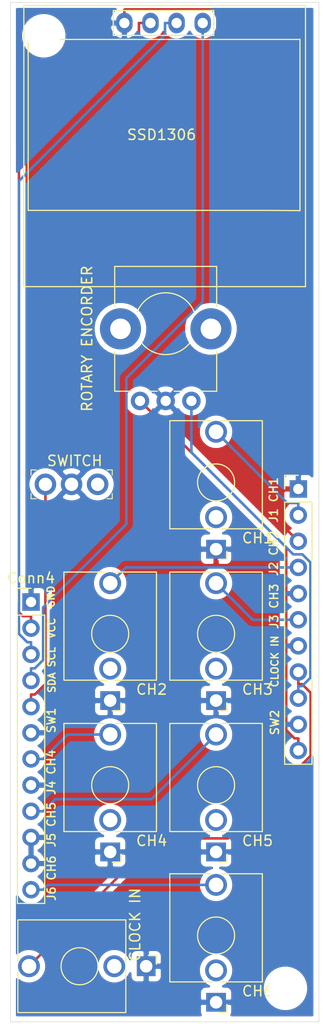
<source format=kicad_pcb>
(kicad_pcb (version 20171130) (host pcbnew "(5.1.9)-1")

  (general
    (thickness 1.6)
    (drawings 17)
    (tracks 67)
    (zones 0)
    (modules 14)
    (nets 15)
  )

  (page A4)
  (layers
    (0 F.Cu signal)
    (31 B.Cu signal)
    (32 B.Adhes user)
    (33 F.Adhes user)
    (34 B.Paste user)
    (35 F.Paste user)
    (36 B.SilkS user)
    (37 F.SilkS user)
    (38 B.Mask user)
    (39 F.Mask user)
    (40 Dwgs.User user)
    (41 Cmts.User user)
    (42 Eco1.User user)
    (43 Eco2.User user)
    (44 Edge.Cuts user)
    (45 Margin user)
    (46 B.CrtYd user)
    (47 F.CrtYd user)
    (48 B.Fab user hide)
    (49 F.Fab user hide)
  )

  (setup
    (last_trace_width 0.25)
    (trace_clearance 0.2)
    (zone_clearance 0.508)
    (zone_45_only no)
    (trace_min 0.2)
    (via_size 0.8)
    (via_drill 0.4)
    (via_min_size 0.4)
    (via_min_drill 0.3)
    (uvia_size 0.3)
    (uvia_drill 0.1)
    (uvias_allowed no)
    (uvia_min_size 0.2)
    (uvia_min_drill 0.1)
    (edge_width 0.05)
    (segment_width 0.2)
    (pcb_text_width 0.3)
    (pcb_text_size 1.5 1.5)
    (mod_edge_width 0.12)
    (mod_text_size 1 1)
    (mod_text_width 0.15)
    (pad_size 2.1 2.1)
    (pad_drill 1.3)
    (pad_to_mask_clearance 0)
    (aux_axis_origin 0 0)
    (visible_elements 7FFFFFFF)
    (pcbplotparams
      (layerselection 0x010fc_ffffffff)
      (usegerberextensions false)
      (usegerberattributes true)
      (usegerberadvancedattributes true)
      (creategerberjobfile true)
      (excludeedgelayer true)
      (linewidth 0.100000)
      (plotframeref false)
      (viasonmask false)
      (mode 1)
      (useauxorigin false)
      (hpglpennumber 1)
      (hpglpenspeed 20)
      (hpglpendiameter 15.000000)
      (psnegative false)
      (psa4output false)
      (plotreference true)
      (plotvalue true)
      (plotinvisibletext false)
      (padsonsilk false)
      (subtractmaskfromsilk false)
      (outputformat 1)
      (mirror false)
      (drillshape 1)
      (scaleselection 1)
      (outputdirectory ""))
  )

  (net 0 "")
  (net 1 "Net-(A1-Pad15)")
  (net 2 GND)
  (net 3 +5V)
  (net 4 "Net-(A1-Pad24)")
  (net 5 "Net-(A1-Pad23)")
  (net 6 "Net-(A1-Pad6)")
  (net 7 "Net-(A1-Pad5)")
  (net 8 "Net-(J1-PadT)")
  (net 9 "Net-(J2-PadT)")
  (net 10 "Net-(J3-PadT)")
  (net 11 "Net-(J4-PadT)")
  (net 12 "Net-(J5-PadT)")
  (net 13 "Net-(J6-PadT)")
  (net 14 "Net-(J7-PadT)")

  (net_class Default "This is the default net class."
    (clearance 0.2)
    (trace_width 0.25)
    (via_dia 0.8)
    (via_drill 0.4)
    (uvia_dia 0.3)
    (uvia_drill 0.1)
    (add_net +5V)
    (add_net GND)
    (add_net "Net-(A1-Pad15)")
    (add_net "Net-(A1-Pad23)")
    (add_net "Net-(A1-Pad24)")
    (add_net "Net-(A1-Pad5)")
    (add_net "Net-(A1-Pad6)")
    (add_net "Net-(J1-PadT)")
    (add_net "Net-(J2-PadT)")
    (add_net "Net-(J3-PadT)")
    (add_net "Net-(J4-PadT)")
    (add_net "Net-(J5-PadT)")
    (add_net "Net-(J6-PadT)")
    (add_net "Net-(J7-PadT)")
  )

  (module Pin_Headers:Pin_Header_Straight_1x12_Pitch2.54mm (layer F.Cu) (tedit 607B84E9) (tstamp 607BA959)
    (at 108 94.23)
    (descr "Through hole straight pin header, 1x12, 2.54mm pitch, single row")
    (tags "Through hole pin header THT 1x12 2.54mm single row")
    (fp_text reference Conn4 (at 0 -2.33) (layer F.SilkS)
      (effects (font (size 1 1) (thickness 0.15)))
    )
    (fp_text value Pin_Header_Straight_1x12_Pitch2.54mm (at 0 30.27) (layer F.Fab)
      (effects (font (size 1 1) (thickness 0.15)))
    )
    (fp_line (start 1.8 -1.8) (end -1.8 -1.8) (layer F.CrtYd) (width 0.05))
    (fp_line (start 1.8 29.75) (end 1.8 -1.8) (layer F.CrtYd) (width 0.05))
    (fp_line (start -1.8 29.75) (end 1.8 29.75) (layer F.CrtYd) (width 0.05))
    (fp_line (start -1.8 -1.8) (end -1.8 29.75) (layer F.CrtYd) (width 0.05))
    (fp_line (start -1.33 -1.33) (end 0 -1.33) (layer F.SilkS) (width 0.12))
    (fp_line (start -1.33 0) (end -1.33 -1.33) (layer F.SilkS) (width 0.12))
    (fp_line (start -1.33 1.27) (end 1.33 1.27) (layer F.SilkS) (width 0.12))
    (fp_line (start 1.33 1.27) (end 1.33 29.27) (layer F.SilkS) (width 0.12))
    (fp_line (start -1.33 1.27) (end -1.33 29.27) (layer F.SilkS) (width 0.12))
    (fp_line (start -1.33 29.27) (end 1.33 29.27) (layer F.SilkS) (width 0.12))
    (fp_line (start -1.27 -0.635) (end -0.635 -1.27) (layer F.Fab) (width 0.1))
    (fp_line (start -1.27 29.21) (end -1.27 -0.635) (layer F.Fab) (width 0.1))
    (fp_line (start 1.27 29.21) (end -1.27 29.21) (layer F.Fab) (width 0.1))
    (fp_line (start 1.27 -1.27) (end 1.27 29.21) (layer F.Fab) (width 0.1))
    (fp_line (start -0.635 -1.27) (end 1.27 -1.27) (layer F.Fab) (width 0.1))
    (fp_text user %R (at 0 13.97 90) (layer F.Fab)
      (effects (font (size 1 1) (thickness 0.15)))
    )
    (pad 12 thru_hole oval (at 0 27.94) (size 1.7 1.7) (drill 1) (layers *.Cu *.Mask)
      (net 13 "Net-(J6-PadT)"))
    (pad 11 thru_hole oval (at 0 25.4) (size 1.7 1.7) (drill 1) (layers *.Cu *.Mask)
      (net 2 GND))
    (pad 10 thru_hole oval (at 0 22.86) (size 1.7 1.7) (drill 1) (layers *.Cu *.Mask)
      (net 2 GND))
    (pad 9 thru_hole oval (at 0 20.32) (size 1.7 1.7) (drill 1) (layers *.Cu *.Mask)
      (net 12 "Net-(J5-PadT)"))
    (pad 8 thru_hole oval (at 0 17.78) (size 1.7 1.7) (drill 1) (layers *.Cu *.Mask)
      (net 2 GND))
    (pad 7 thru_hole oval (at 0 15.24) (size 1.7 1.7) (drill 1) (layers *.Cu *.Mask)
      (net 11 "Net-(J4-PadT)"))
    (pad 6 thru_hole oval (at 0 12.7) (size 1.7 1.7) (drill 1) (layers *.Cu *.Mask)
      (net 2 GND))
    (pad 5 thru_hole oval (at 0 10.16) (size 1.7 1.7) (drill 1) (layers *.Cu *.Mask)
      (net 1 "Net-(A1-Pad15)"))
    (pad 4 thru_hole oval (at 0 7.62) (size 1.7 1.7) (drill 1) (layers *.Cu *.Mask)
      (net 5 "Net-(A1-Pad23)"))
    (pad 3 thru_hole oval (at 0 5.08) (size 1.7 1.7) (drill 1) (layers *.Cu *.Mask)
      (net 4 "Net-(A1-Pad24)"))
    (pad 2 thru_hole oval (at 0 2.54) (size 1.7 1.7) (drill 1) (layers *.Cu *.Mask)
      (net 3 +5V))
    (pad 1 thru_hole rect (at 0 0) (size 1.7 1.7) (drill 1) (layers *.Cu *.Mask)
      (net 2 GND))
    (model ${KISYS3DMOD}/Pin_Headers.3dshapes/Pin_Header_Straight_1x12_Pitch2.54mm.wrl
      (at (xyz 0 0 0))
      (scale (xyz 1 1 1))
      (rotate (xyz 0 0 0))
    )
  )

  (module Potentiometers:Potentiometer_Alps_RK09K_Horizontal (layer F.Cu) (tedit 607B99CD) (tstamp 607C1088)
    (at 123.6 74.7 90)
    (descr "Potentiometer, horizontally mounted, Omeg PC16PU, Omeg PC16PU, Omeg PC16PU, Vishay/Spectrol 248GJ/249GJ Single, Vishay/Spectrol 248GJ/249GJ Single, Vishay/Spectrol 248GJ/249GJ Single, Vishay/Spectrol 248GH/249GH Single, Vishay/Spectrol 148/149 Single, Vishay/Spectrol 148/149 Single, Vishay/Spectrol 148/149 Single, Vishay/Spectrol 148A/149A Single with mounting plates, Vishay/Spectrol 148/149 Double, Vishay/Spectrol 148A/149A Double with mounting plates, Piher PC-16 Single, Piher PC-16 Single, Piher PC-16 Single, Piher PC-16SV Single, Piher PC-16 Double, Piher PC-16 Triple, Piher T16H Single, Piher T16L Single, Piher T16H Double, Alps RK163 Single, Alps RK163 Double, Alps RK097 Single, Alps RK097 Double, Bourns PTV09A-2 Single with mounting sleve Single, Bourns PTV09A-1 with mounting sleve Single, Bourns PRS11S Single, Alps RK09K Single with mounting sleve Single, Alps RK09K with mounting sleve Single, http://www.alps.com/prod/info/E/HTML/Potentiometer/RotaryPotentiometers/RK09K/RK09D1130C1B.html")
    (tags "Potentiometer horizontal  Omeg PC16PU  Omeg PC16PU  Omeg PC16PU  Vishay/Spectrol 248GJ/249GJ Single  Vishay/Spectrol 248GJ/249GJ Single  Vishay/Spectrol 248GJ/249GJ Single  Vishay/Spectrol 248GH/249GH Single  Vishay/Spectrol 148/149 Single  Vishay/Spectrol 148/149 Single  Vishay/Spectrol 148/149 Single  Vishay/Spectrol 148A/149A Single with mounting plates  Vishay/Spectrol 148/149 Double  Vishay/Spectrol 148A/149A Double with mounting plates  Piher PC-16 Single  Piher PC-16 Single  Piher PC-16 Single  Piher PC-16SV Single  Piher PC-16 Double  Piher PC-16 Triple  Piher T16H Single  Piher T16L Single  Piher T16H Double  Alps RK163 Single  Alps RK163 Double  Alps RK097 Single  Alps RK097 Double  Bourns PTV09A-2 Single with mounting sleve Single  Bourns PTV09A-1 with mounting sleve Single  Bourns PRS11S Single  Alps RK09K Single with mounting sleve Single  Alps RK09K with mounting sleve Single")
    (fp_text reference "ROTARY ENCORDER" (at 6.05 -10.15 90) (layer F.SilkS)
      (effects (font (size 1 1) (thickness 0.15)))
    )
    (fp_text value Potentiometer_Alps_RK09K_Horizontal (at 6.05 5.15 90) (layer F.Fab)
      (effects (font (size 1 1) (thickness 0.15)))
    )
    (fp_line (start 13.25 -9.15) (end -1.15 -9.15) (layer F.CrtYd) (width 0.05))
    (fp_line (start 13.25 4.15) (end 13.25 -9.15) (layer F.CrtYd) (width 0.05))
    (fp_line (start -1.15 4.15) (end 13.25 4.15) (layer F.CrtYd) (width 0.05))
    (fp_line (start -1.15 -9.15) (end -1.15 4.15) (layer F.CrtYd) (width 0.05))
    (fp_line (start 13.06 -7.461) (end 13.06 2.46) (layer F.SilkS) (width 0.12))
    (fp_line (start 0.94 0.825) (end 0.94 2.46) (layer F.SilkS) (width 0.12))
    (fp_line (start 0.94 -1.675) (end 0.94 -0.825) (layer F.SilkS) (width 0.12))
    (fp_line (start 0.94 -4.175) (end 0.94 -3.325) (layer F.SilkS) (width 0.12))
    (fp_line (start 0.94 -7.461) (end 0.94 -5.825) (layer F.SilkS) (width 0.12))
    (fp_line (start 9.195 2.46) (end 13.06 2.46) (layer F.SilkS) (width 0.12))
    (fp_line (start 0.94 2.46) (end 4.806 2.46) (layer F.SilkS) (width 0.12))
    (fp_line (start 9.195 -7.461) (end 13.06 -7.461) (layer F.SilkS) (width 0.12))
    (fp_line (start 0.94 -7.461) (end 4.806 -7.461) (layer F.SilkS) (width 0.12))
    (fp_line (start 13 -7.4) (end 1 -7.4) (layer F.Fab) (width 0.1))
    (fp_line (start 13 2.4) (end 13 -7.4) (layer F.Fab) (width 0.1))
    (fp_line (start 1 2.4) (end 13 2.4) (layer F.Fab) (width 0.1))
    (fp_line (start 1 -7.4) (end 1 2.4) (layer F.Fab) (width 0.1))
    (fp_circle (center 7.5 -2.5) (end 10.5 -2.5) (layer F.Fab) (width 0.1))
    (fp_circle (center 7.5 -2.5) (end 10.75 -2.5) (layer F.Fab) (width 0.1))
    (fp_arc (start 7.5 -2.5) (end 8.673 0.262) (angle -134) (layer F.SilkS) (width 0.12))
    (fp_arc (start 7.5 -2.5) (end 5.572 -4.798) (angle -100) (layer F.SilkS) (width 0.12))
    (pad 3 thru_hole circle (at 0 -5 90) (size 1.8 1.8) (drill 1) (layers *.Cu *.Mask)
      (net 6 "Net-(A1-Pad6)"))
    (pad 2 thru_hole circle (at 0 -2.5 90) (size 1.8 1.8) (drill 1) (layers *.Cu *.Mask)
      (net 2 GND))
    (pad 1 thru_hole circle (at 0 0 90) (size 1.8 1.8) (drill 1) (layers *.Cu *.Mask)
      (net 7 "Net-(A1-Pad5)"))
    (pad 0 np_thru_hole circle (at 7 -6.9 90) (size 4 4) (drill 2) (layers *.Cu *.Mask))
    (pad 0 np_thru_hole circle (at 7 1.9 90) (size 4 4) (drill 2) (layers *.Cu *.Mask))
    (model Potentiometers.3dshapes/Potentiometer_Alps_RK09K_Horizontal.wrl
      (at (xyz 0 0 0))
      (scale (xyz 0.393701 0.393701 0.393701))
      (rotate (xyz 0 0 0))
    )
  )

  (module digikey-footprints:PinHeader_1x3_P2.54_Drill1.1mm (layer F.Cu) (tedit 607B9A7B) (tstamp 607C0A45)
    (at 109.4 82.8)
    (fp_text reference SWITCH (at 2.85 -2.28) (layer F.SilkS)
      (effects (font (size 1 1) (thickness 0.15)))
    )
    (fp_text value PinHeader_1x3_P2.54_Drill1.1mm (at 2.71 2.7) (layer F.Fab)
      (effects (font (size 1 1) (thickness 0.15)))
    )
    (fp_line (start -1.52 1.52) (end 6.6 1.52) (layer F.CrtYd) (width 0.05))
    (fp_line (start 6.6 -1.52) (end 6.6 1.52) (layer F.CrtYd) (width 0.05))
    (fp_line (start -1.52 -1.52) (end -1.52 1.52) (layer F.CrtYd) (width 0.05))
    (fp_line (start -1.52 -1.52) (end 6.6 -1.52) (layer F.CrtYd) (width 0.05))
    (fp_line (start 6.5 1.4) (end 6.5 0.9) (layer F.SilkS) (width 0.1))
    (fp_line (start 6.5 1.4) (end 6 1.4) (layer F.SilkS) (width 0.1))
    (fp_line (start -1.4 1.4) (end -0.9 1.4) (layer F.SilkS) (width 0.1))
    (fp_line (start -1.4 1.4) (end -1.4 0.9) (layer F.SilkS) (width 0.1))
    (fp_line (start -1.4 -1.4) (end -1.4 -0.9) (layer F.SilkS) (width 0.1))
    (fp_line (start -1.4 -1.4) (end -0.9 -1.4) (layer F.SilkS) (width 0.1))
    (fp_line (start 6.5 -1.4) (end 6.5 -0.9) (layer F.SilkS) (width 0.1))
    (fp_line (start 6.5 -1.4) (end 6 -1.4) (layer F.SilkS) (width 0.1))
    (fp_line (start -1.27 1.27) (end 6.35 1.27) (layer F.Fab) (width 0.1))
    (fp_line (start -1.27 -1.27) (end -1.27 1.27) (layer F.Fab) (width 0.1))
    (fp_line (start 6.35 -1.27) (end 6.35 1.27) (layer F.Fab) (width 0.1))
    (fp_line (start -1.27 -1.27) (end 6.35 -1.27) (layer F.Fab) (width 0.1))
    (pad 3 thru_hole circle (at 5.08 0) (size 2.1 2.1) (drill 1.3) (layers *.Cu *.Mask))
    (pad 2 thru_hole circle (at 2.54 0) (size 2.1 2.1) (drill 1.3) (layers *.Cu *.Mask)
      (net 2 GND))
    (pad 1 thru_hole circle (at 0 0) (size 2.1 2.1) (drill 1.3) (layers *.Cu *.Mask)
      (net 1 "Net-(A1-Pad15)"))
  )

  (module Connector_Audio:Jack_3.5mm_QingPu_WQP-PJ398SM_Vertical_CircularHoles (layer F.Cu) (tedit 607B97E7) (tstamp 607B9F84)
    (at 126 89.1 180)
    (descr "TRS 3.5mm, vertical, Thonkiconn, PCB mount, (http://www.qingpu-electronics.com/en/products/WQP-PJ398SM-362.html)")
    (tags "WQP-PJ398SM WQP-PJ301M-12 TRS 3.5mm mono vertical jack thonkiconn qingpu")
    (fp_text reference CH1 (at -4.03 1.08 180) (layer F.SilkS)
      (effects (font (size 1 1) (thickness 0.15)))
    )
    (fp_text value Jack_3.5mm_QingPu_WQP-PJ398SM_Vertical_CircularHoles (at 0 5 180) (layer F.Fab)
      (effects (font (size 1 1) (thickness 0.15)))
    )
    (fp_line (start -5 12.98) (end -5 -1.42) (layer F.CrtYd) (width 0.05))
    (fp_line (start -4.5 12.48) (end -4.5 2.08) (layer F.Fab) (width 0.1))
    (fp_line (start -4.5 1.98) (end -4.5 12.48) (layer F.SilkS) (width 0.12))
    (fp_line (start 4.5 1.98) (end 4.5 12.48) (layer F.SilkS) (width 0.12))
    (fp_circle (center 0 6.48) (end 1.5 6.48) (layer Dwgs.User) (width 0.12))
    (fp_line (start 0.09 7.96) (end 1.48 6.57) (layer Dwgs.User) (width 0.12))
    (fp_line (start -0.58 7.83) (end 1.36 5.89) (layer Dwgs.User) (width 0.12))
    (fp_line (start -1.07 7.49) (end 1.01 5.41) (layer Dwgs.User) (width 0.12))
    (fp_line (start -1.42 6.875) (end 0.4 5.06) (layer Dwgs.User) (width 0.12))
    (fp_line (start -1.41 6.02) (end -0.46 5.07) (layer Dwgs.User) (width 0.12))
    (fp_line (start 4.5 12.48) (end 0.5 12.48) (layer F.SilkS) (width 0.12))
    (fp_line (start -0.5 12.48) (end -4.5 12.48) (layer F.SilkS) (width 0.12))
    (fp_line (start 4.5 1.98) (end 0.35 1.98) (layer F.SilkS) (width 0.12))
    (fp_line (start -0.35 1.98) (end -4.5 1.98) (layer F.SilkS) (width 0.12))
    (fp_circle (center 0 6.48) (end 1.8 6.48) (layer F.SilkS) (width 0.12))
    (fp_line (start -1.06 -1) (end -1.06 -0.2) (layer F.SilkS) (width 0.12))
    (fp_line (start -1.06 -1) (end -0.2 -1) (layer F.SilkS) (width 0.12))
    (fp_line (start 4.5 12.48) (end 4.5 2.08) (layer F.Fab) (width 0.1))
    (fp_line (start 4.5 12.48) (end -4.5 12.48) (layer F.Fab) (width 0.1))
    (fp_line (start 5 12.98) (end 5 -1.42) (layer F.CrtYd) (width 0.05))
    (fp_line (start 5 12.98) (end -5 12.98) (layer F.CrtYd) (width 0.05))
    (fp_line (start 5 -1.42) (end -5 -1.42) (layer F.CrtYd) (width 0.05))
    (fp_line (start 4.5 2.03) (end -4.5 2.03) (layer F.Fab) (width 0.1))
    (fp_circle (center 0 6.48) (end 1.8 6.48) (layer F.Fab) (width 0.1))
    (fp_line (start 0 0) (end 0 2.03) (layer F.Fab) (width 0.1))
    (fp_text user %R (at 0 8 180) (layer F.Fab)
      (effects (font (size 1 1) (thickness 0.15)))
    )
    (fp_text user KEEPOUT (at 0 6.48) (layer Cmts.User)
      (effects (font (size 0.4 0.4) (thickness 0.051)))
    )
    (pad T thru_hole circle (at 0 11.4) (size 2.13 2.13) (drill 1.43) (layers *.Cu *.Mask)
      (net 8 "Net-(J1-PadT)"))
    (pad S thru_hole rect (at 0 0) (size 1.93 1.83) (drill 1.22) (layers *.Cu *.Mask)
      (net 2 GND))
    (pad TN thru_hole circle (at 0 3.1) (size 2.13 2.13) (drill 1.42) (layers *.Cu *.Mask))
    (model ${KISYS3DMOD}/Connector_Audio.3dshapes/Jack_3.5mm_QingPu_WQP-PJ398SM_Vertical.wrl
      (at (xyz 0 0 0))
      (scale (xyz 1 1 1))
      (rotate (xyz 0 0 0))
    )
  )

  (module Connector_Audio:Jack_3.5mm_QingPu_WQP-PJ398SM_Vertical_CircularHoles (layer F.Cu) (tedit 607B9877) (tstamp 607B9F63)
    (at 115.7 118.5 180)
    (descr "TRS 3.5mm, vertical, Thonkiconn, PCB mount, (http://www.qingpu-electronics.com/en/products/WQP-PJ398SM-362.html)")
    (tags "WQP-PJ398SM WQP-PJ301M-12 TRS 3.5mm mono vertical jack thonkiconn qingpu")
    (fp_text reference CH4 (at -4.03 1.08 180) (layer F.SilkS)
      (effects (font (size 1 1) (thickness 0.15)))
    )
    (fp_text value Jack_3.5mm_QingPu_WQP-PJ398SM_Vertical_CircularHoles (at 0 5 180) (layer F.Fab)
      (effects (font (size 1 1) (thickness 0.15)))
    )
    (fp_line (start -5 12.98) (end -5 -1.42) (layer F.CrtYd) (width 0.05))
    (fp_line (start -4.5 12.48) (end -4.5 2.08) (layer F.Fab) (width 0.1))
    (fp_line (start -4.5 1.98) (end -4.5 12.48) (layer F.SilkS) (width 0.12))
    (fp_line (start 4.5 1.98) (end 4.5 12.48) (layer F.SilkS) (width 0.12))
    (fp_circle (center 0 6.48) (end 1.5 6.48) (layer Dwgs.User) (width 0.12))
    (fp_line (start 0.09 7.96) (end 1.48 6.57) (layer Dwgs.User) (width 0.12))
    (fp_line (start -0.58 7.83) (end 1.36 5.89) (layer Dwgs.User) (width 0.12))
    (fp_line (start -1.07 7.49) (end 1.01 5.41) (layer Dwgs.User) (width 0.12))
    (fp_line (start -1.42 6.875) (end 0.4 5.06) (layer Dwgs.User) (width 0.12))
    (fp_line (start -1.41 6.02) (end -0.46 5.07) (layer Dwgs.User) (width 0.12))
    (fp_line (start 4.5 12.48) (end 0.5 12.48) (layer F.SilkS) (width 0.12))
    (fp_line (start -0.5 12.48) (end -4.5 12.48) (layer F.SilkS) (width 0.12))
    (fp_line (start 4.5 1.98) (end 0.35 1.98) (layer F.SilkS) (width 0.12))
    (fp_line (start -0.35 1.98) (end -4.5 1.98) (layer F.SilkS) (width 0.12))
    (fp_circle (center 0 6.48) (end 1.8 6.48) (layer F.SilkS) (width 0.12))
    (fp_line (start -1.06 -1) (end -1.06 -0.2) (layer F.SilkS) (width 0.12))
    (fp_line (start -1.06 -1) (end -0.2 -1) (layer F.SilkS) (width 0.12))
    (fp_line (start 4.5 12.48) (end 4.5 2.08) (layer F.Fab) (width 0.1))
    (fp_line (start 4.5 12.48) (end -4.5 12.48) (layer F.Fab) (width 0.1))
    (fp_line (start 5 12.98) (end 5 -1.42) (layer F.CrtYd) (width 0.05))
    (fp_line (start 5 12.98) (end -5 12.98) (layer F.CrtYd) (width 0.05))
    (fp_line (start 5 -1.42) (end -5 -1.42) (layer F.CrtYd) (width 0.05))
    (fp_line (start 4.5 2.03) (end -4.5 2.03) (layer F.Fab) (width 0.1))
    (fp_circle (center 0 6.48) (end 1.8 6.48) (layer F.Fab) (width 0.1))
    (fp_line (start 0 0) (end 0 2.03) (layer F.Fab) (width 0.1))
    (fp_text user %R (at 0 8 180) (layer F.Fab)
      (effects (font (size 1 1) (thickness 0.15)))
    )
    (fp_text user KEEPOUT (at 0 6.48) (layer Cmts.User)
      (effects (font (size 0.4 0.4) (thickness 0.051)))
    )
    (pad T thru_hole circle (at 0 11.4) (size 2.13 2.13) (drill 1.43) (layers *.Cu *.Mask)
      (net 11 "Net-(J4-PadT)"))
    (pad S thru_hole rect (at 0 0) (size 1.93 1.83) (drill 1.22) (layers *.Cu *.Mask)
      (net 2 GND))
    (pad TN thru_hole circle (at 0 3.1) (size 2.13 2.13) (drill 1.42) (layers *.Cu *.Mask))
    (model ${KISYS3DMOD}/Connector_Audio.3dshapes/Jack_3.5mm_QingPu_WQP-PJ398SM_Vertical.wrl
      (at (xyz 0 0 0))
      (scale (xyz 1 1 1))
      (rotate (xyz 0 0 0))
    )
  )

  (module Connector_Audio:Jack_3.5mm_QingPu_WQP-PJ398SM_Vertical_CircularHoles (layer F.Cu) (tedit 607B9811) (tstamp 607B9E7C)
    (at 126 103.8 180)
    (descr "TRS 3.5mm, vertical, Thonkiconn, PCB mount, (http://www.qingpu-electronics.com/en/products/WQP-PJ398SM-362.html)")
    (tags "WQP-PJ398SM WQP-PJ301M-12 TRS 3.5mm mono vertical jack thonkiconn qingpu")
    (fp_text reference CH3 (at -4.03 1.08 180) (layer F.SilkS)
      (effects (font (size 1 1) (thickness 0.15)))
    )
    (fp_text value Jack_3.5mm_QingPu_WQP-PJ398SM_Vertical_CircularHoles (at 0 5 180) (layer F.Fab)
      (effects (font (size 1 1) (thickness 0.15)))
    )
    (fp_line (start 0 0) (end 0 2.03) (layer F.Fab) (width 0.1))
    (fp_circle (center 0 6.48) (end 1.8 6.48) (layer F.Fab) (width 0.1))
    (fp_line (start 4.5 2.03) (end -4.5 2.03) (layer F.Fab) (width 0.1))
    (fp_line (start 5 -1.42) (end -5 -1.42) (layer F.CrtYd) (width 0.05))
    (fp_line (start 5 12.98) (end -5 12.98) (layer F.CrtYd) (width 0.05))
    (fp_line (start 5 12.98) (end 5 -1.42) (layer F.CrtYd) (width 0.05))
    (fp_line (start 4.5 12.48) (end -4.5 12.48) (layer F.Fab) (width 0.1))
    (fp_line (start 4.5 12.48) (end 4.5 2.08) (layer F.Fab) (width 0.1))
    (fp_line (start -1.06 -1) (end -0.2 -1) (layer F.SilkS) (width 0.12))
    (fp_line (start -1.06 -1) (end -1.06 -0.2) (layer F.SilkS) (width 0.12))
    (fp_circle (center 0 6.48) (end 1.8 6.48) (layer F.SilkS) (width 0.12))
    (fp_line (start -0.35 1.98) (end -4.5 1.98) (layer F.SilkS) (width 0.12))
    (fp_line (start 4.5 1.98) (end 0.35 1.98) (layer F.SilkS) (width 0.12))
    (fp_line (start -0.5 12.48) (end -4.5 12.48) (layer F.SilkS) (width 0.12))
    (fp_line (start 4.5 12.48) (end 0.5 12.48) (layer F.SilkS) (width 0.12))
    (fp_line (start -1.41 6.02) (end -0.46 5.07) (layer Dwgs.User) (width 0.12))
    (fp_line (start -1.42 6.875) (end 0.4 5.06) (layer Dwgs.User) (width 0.12))
    (fp_line (start -1.07 7.49) (end 1.01 5.41) (layer Dwgs.User) (width 0.12))
    (fp_line (start -0.58 7.83) (end 1.36 5.89) (layer Dwgs.User) (width 0.12))
    (fp_line (start 0.09 7.96) (end 1.48 6.57) (layer Dwgs.User) (width 0.12))
    (fp_circle (center 0 6.48) (end 1.5 6.48) (layer Dwgs.User) (width 0.12))
    (fp_line (start 4.5 1.98) (end 4.5 12.48) (layer F.SilkS) (width 0.12))
    (fp_line (start -4.5 1.98) (end -4.5 12.48) (layer F.SilkS) (width 0.12))
    (fp_line (start -4.5 12.48) (end -4.5 2.08) (layer F.Fab) (width 0.1))
    (fp_line (start -5 12.98) (end -5 -1.42) (layer F.CrtYd) (width 0.05))
    (fp_text user KEEPOUT (at 0 6.48) (layer Cmts.User)
      (effects (font (size 0.4 0.4) (thickness 0.051)))
    )
    (fp_text user %R (at 0 8 180) (layer F.Fab)
      (effects (font (size 1 1) (thickness 0.15)))
    )
    (pad TN thru_hole circle (at 0 3.1) (size 2.13 2.13) (drill 1.42) (layers *.Cu *.Mask))
    (pad S thru_hole rect (at 0 0) (size 1.93 1.83) (drill 1.22) (layers *.Cu *.Mask)
      (net 2 GND))
    (pad T thru_hole circle (at 0 11.4) (size 2.13 2.13) (drill 1.43) (layers *.Cu *.Mask)
      (net 10 "Net-(J3-PadT)"))
    (model ${KISYS3DMOD}/Connector_Audio.3dshapes/Jack_3.5mm_QingPu_WQP-PJ398SM_Vertical.wrl
      (at (xyz 0 0 0))
      (scale (xyz 1 1 1))
      (rotate (xyz 0 0 0))
    )
  )

  (module Connector_Audio:Jack_3.5mm_QingPu_WQP-PJ398SM_Vertical_CircularHoles (layer F.Cu) (tedit 607B97FB) (tstamp 607B9E5B)
    (at 115.7 103.8 180)
    (descr "TRS 3.5mm, vertical, Thonkiconn, PCB mount, (http://www.qingpu-electronics.com/en/products/WQP-PJ398SM-362.html)")
    (tags "WQP-PJ398SM WQP-PJ301M-12 TRS 3.5mm mono vertical jack thonkiconn qingpu")
    (fp_text reference CH2 (at -4.03 1.08 180) (layer F.SilkS)
      (effects (font (size 1 1) (thickness 0.15)))
    )
    (fp_text value Jack_3.5mm_QingPu_WQP-PJ398SM_Vertical_CircularHoles (at 0 5 180) (layer F.Fab)
      (effects (font (size 1 1) (thickness 0.15)))
    )
    (fp_line (start 0 0) (end 0 2.03) (layer F.Fab) (width 0.1))
    (fp_circle (center 0 6.48) (end 1.8 6.48) (layer F.Fab) (width 0.1))
    (fp_line (start 4.5 2.03) (end -4.5 2.03) (layer F.Fab) (width 0.1))
    (fp_line (start 5 -1.42) (end -5 -1.42) (layer F.CrtYd) (width 0.05))
    (fp_line (start 5 12.98) (end -5 12.98) (layer F.CrtYd) (width 0.05))
    (fp_line (start 5 12.98) (end 5 -1.42) (layer F.CrtYd) (width 0.05))
    (fp_line (start 4.5 12.48) (end -4.5 12.48) (layer F.Fab) (width 0.1))
    (fp_line (start 4.5 12.48) (end 4.5 2.08) (layer F.Fab) (width 0.1))
    (fp_line (start -1.06 -1) (end -0.2 -1) (layer F.SilkS) (width 0.12))
    (fp_line (start -1.06 -1) (end -1.06 -0.2) (layer F.SilkS) (width 0.12))
    (fp_circle (center 0 6.48) (end 1.8 6.48) (layer F.SilkS) (width 0.12))
    (fp_line (start -0.35 1.98) (end -4.5 1.98) (layer F.SilkS) (width 0.12))
    (fp_line (start 4.5 1.98) (end 0.35 1.98) (layer F.SilkS) (width 0.12))
    (fp_line (start -0.5 12.48) (end -4.5 12.48) (layer F.SilkS) (width 0.12))
    (fp_line (start 4.5 12.48) (end 0.5 12.48) (layer F.SilkS) (width 0.12))
    (fp_line (start -1.41 6.02) (end -0.46 5.07) (layer Dwgs.User) (width 0.12))
    (fp_line (start -1.42 6.875) (end 0.4 5.06) (layer Dwgs.User) (width 0.12))
    (fp_line (start -1.07 7.49) (end 1.01 5.41) (layer Dwgs.User) (width 0.12))
    (fp_line (start -0.58 7.83) (end 1.36 5.89) (layer Dwgs.User) (width 0.12))
    (fp_line (start 0.09 7.96) (end 1.48 6.57) (layer Dwgs.User) (width 0.12))
    (fp_circle (center 0 6.48) (end 1.5 6.48) (layer Dwgs.User) (width 0.12))
    (fp_line (start 4.5 1.98) (end 4.5 12.48) (layer F.SilkS) (width 0.12))
    (fp_line (start -4.5 1.98) (end -4.5 12.48) (layer F.SilkS) (width 0.12))
    (fp_line (start -4.5 12.48) (end -4.5 2.08) (layer F.Fab) (width 0.1))
    (fp_line (start -5 12.98) (end -5 -1.42) (layer F.CrtYd) (width 0.05))
    (fp_text user KEEPOUT (at 0 6.48) (layer Cmts.User)
      (effects (font (size 0.4 0.4) (thickness 0.051)))
    )
    (fp_text user %R (at 0 8 180) (layer F.Fab)
      (effects (font (size 1 1) (thickness 0.15)))
    )
    (pad TN thru_hole circle (at 0 3.1) (size 2.13 2.13) (drill 1.42) (layers *.Cu *.Mask))
    (pad S thru_hole rect (at 0 0) (size 1.93 1.83) (drill 1.22) (layers *.Cu *.Mask)
      (net 2 GND))
    (pad T thru_hole circle (at 0 11.4) (size 2.13 2.13) (drill 1.43) (layers *.Cu *.Mask)
      (net 9 "Net-(J2-PadT)"))
    (model ${KISYS3DMOD}/Connector_Audio.3dshapes/Jack_3.5mm_QingPu_WQP-PJ398SM_Vertical.wrl
      (at (xyz 0 0 0))
      (scale (xyz 1 1 1))
      (rotate (xyz 0 0 0))
    )
  )

  (module Connector_Audio:Jack_3.5mm_QingPu_WQP-PJ398SM_Vertical_CircularHoles (layer F.Cu) (tedit 607B986A) (tstamp 607B9B18)
    (at 126 118.5 180)
    (descr "TRS 3.5mm, vertical, Thonkiconn, PCB mount, (http://www.qingpu-electronics.com/en/products/WQP-PJ398SM-362.html)")
    (tags "WQP-PJ398SM WQP-PJ301M-12 TRS 3.5mm mono vertical jack thonkiconn qingpu")
    (fp_text reference CH5 (at -4.03 1.08 180) (layer F.SilkS)
      (effects (font (size 1 1) (thickness 0.15)))
    )
    (fp_text value Jack_3.5mm_QingPu_WQP-PJ398SM_Vertical_CircularHoles (at 0 5 180) (layer F.Fab)
      (effects (font (size 1 1) (thickness 0.15)))
    )
    (fp_line (start -5 12.98) (end -5 -1.42) (layer F.CrtYd) (width 0.05))
    (fp_line (start -4.5 12.48) (end -4.5 2.08) (layer F.Fab) (width 0.1))
    (fp_line (start -4.5 1.98) (end -4.5 12.48) (layer F.SilkS) (width 0.12))
    (fp_line (start 4.5 1.98) (end 4.5 12.48) (layer F.SilkS) (width 0.12))
    (fp_circle (center 0 6.48) (end 1.5 6.48) (layer Dwgs.User) (width 0.12))
    (fp_line (start 0.09 7.96) (end 1.48 6.57) (layer Dwgs.User) (width 0.12))
    (fp_line (start -0.58 7.83) (end 1.36 5.89) (layer Dwgs.User) (width 0.12))
    (fp_line (start -1.07 7.49) (end 1.01 5.41) (layer Dwgs.User) (width 0.12))
    (fp_line (start -1.42 6.875) (end 0.4 5.06) (layer Dwgs.User) (width 0.12))
    (fp_line (start -1.41 6.02) (end -0.46 5.07) (layer Dwgs.User) (width 0.12))
    (fp_line (start 4.5 12.48) (end 0.5 12.48) (layer F.SilkS) (width 0.12))
    (fp_line (start -0.5 12.48) (end -4.5 12.48) (layer F.SilkS) (width 0.12))
    (fp_line (start 4.5 1.98) (end 0.35 1.98) (layer F.SilkS) (width 0.12))
    (fp_line (start -0.35 1.98) (end -4.5 1.98) (layer F.SilkS) (width 0.12))
    (fp_circle (center 0 6.48) (end 1.8 6.48) (layer F.SilkS) (width 0.12))
    (fp_line (start -1.06 -1) (end -1.06 -0.2) (layer F.SilkS) (width 0.12))
    (fp_line (start -1.06 -1) (end -0.2 -1) (layer F.SilkS) (width 0.12))
    (fp_line (start 4.5 12.48) (end 4.5 2.08) (layer F.Fab) (width 0.1))
    (fp_line (start 4.5 12.48) (end -4.5 12.48) (layer F.Fab) (width 0.1))
    (fp_line (start 5 12.98) (end 5 -1.42) (layer F.CrtYd) (width 0.05))
    (fp_line (start 5 12.98) (end -5 12.98) (layer F.CrtYd) (width 0.05))
    (fp_line (start 5 -1.42) (end -5 -1.42) (layer F.CrtYd) (width 0.05))
    (fp_line (start 4.5 2.03) (end -4.5 2.03) (layer F.Fab) (width 0.1))
    (fp_circle (center 0 6.48) (end 1.8 6.48) (layer F.Fab) (width 0.1))
    (fp_line (start 0 0) (end 0 2.03) (layer F.Fab) (width 0.1))
    (fp_text user %R (at 0 8 180) (layer F.Fab)
      (effects (font (size 1 1) (thickness 0.15)))
    )
    (fp_text user KEEPOUT (at 0 6.48) (layer Cmts.User)
      (effects (font (size 0.4 0.4) (thickness 0.051)))
    )
    (pad T thru_hole circle (at 0 11.4) (size 2.13 2.13) (drill 1.43) (layers *.Cu *.Mask)
      (net 12 "Net-(J5-PadT)"))
    (pad S thru_hole rect (at 0 0) (size 1.93 1.83) (drill 1.22) (layers *.Cu *.Mask)
      (net 2 GND))
    (pad TN thru_hole circle (at 0 3.1) (size 2.13 2.13) (drill 1.42) (layers *.Cu *.Mask))
    (model ${KISYS3DMOD}/Connector_Audio.3dshapes/Jack_3.5mm_QingPu_WQP-PJ398SM_Vertical.wrl
      (at (xyz 0 0 0))
      (scale (xyz 1 1 1))
      (rotate (xyz 0 0 0))
    )
  )

  (module Connector_Audio:Jack_3.5mm_QingPu_WQP-PJ398SM_Vertical_CircularHoles (layer F.Cu) (tedit 607B9853) (tstamp 607B961D)
    (at 126 133.1 180)
    (descr "TRS 3.5mm, vertical, Thonkiconn, PCB mount, (http://www.qingpu-electronics.com/en/products/WQP-PJ398SM-362.html)")
    (tags "WQP-PJ398SM WQP-PJ301M-12 TRS 3.5mm mono vertical jack thonkiconn qingpu")
    (fp_text reference CH6 (at -4.03 1.08 180) (layer F.SilkS)
      (effects (font (size 1 1) (thickness 0.15)))
    )
    (fp_text value Jack_3.5mm_QingPu_WQP-PJ398SM_Vertical_CircularHoles (at 0 5 180) (layer F.Fab)
      (effects (font (size 1 1) (thickness 0.15)))
    )
    (fp_line (start -5 12.98) (end -5 -1.42) (layer F.CrtYd) (width 0.05))
    (fp_line (start -4.5 12.48) (end -4.5 2.08) (layer F.Fab) (width 0.1))
    (fp_line (start -4.5 1.98) (end -4.5 12.48) (layer F.SilkS) (width 0.12))
    (fp_line (start 4.5 1.98) (end 4.5 12.48) (layer F.SilkS) (width 0.12))
    (fp_circle (center 0 6.48) (end 1.5 6.48) (layer Dwgs.User) (width 0.12))
    (fp_line (start 0.09 7.96) (end 1.48 6.57) (layer Dwgs.User) (width 0.12))
    (fp_line (start -0.58 7.83) (end 1.36 5.89) (layer Dwgs.User) (width 0.12))
    (fp_line (start -1.07 7.49) (end 1.01 5.41) (layer Dwgs.User) (width 0.12))
    (fp_line (start -1.42 6.875) (end 0.4 5.06) (layer Dwgs.User) (width 0.12))
    (fp_line (start -1.41 6.02) (end -0.46 5.07) (layer Dwgs.User) (width 0.12))
    (fp_line (start 4.5 12.48) (end 0.5 12.48) (layer F.SilkS) (width 0.12))
    (fp_line (start -0.5 12.48) (end -4.5 12.48) (layer F.SilkS) (width 0.12))
    (fp_line (start 4.5 1.98) (end 0.35 1.98) (layer F.SilkS) (width 0.12))
    (fp_line (start -0.35 1.98) (end -4.5 1.98) (layer F.SilkS) (width 0.12))
    (fp_circle (center 0 6.48) (end 1.8 6.48) (layer F.SilkS) (width 0.12))
    (fp_line (start -1.06 -1) (end -1.06 -0.2) (layer F.SilkS) (width 0.12))
    (fp_line (start -1.06 -1) (end -0.2 -1) (layer F.SilkS) (width 0.12))
    (fp_line (start 4.5 12.48) (end 4.5 2.08) (layer F.Fab) (width 0.1))
    (fp_line (start 4.5 12.48) (end -4.5 12.48) (layer F.Fab) (width 0.1))
    (fp_line (start 5 12.98) (end 5 -1.42) (layer F.CrtYd) (width 0.05))
    (fp_line (start 5 12.98) (end -5 12.98) (layer F.CrtYd) (width 0.05))
    (fp_line (start 5 -1.42) (end -5 -1.42) (layer F.CrtYd) (width 0.05))
    (fp_line (start 4.5 2.03) (end -4.5 2.03) (layer F.Fab) (width 0.1))
    (fp_circle (center 0 6.48) (end 1.8 6.48) (layer F.Fab) (width 0.1))
    (fp_line (start 0 0) (end 0 2.03) (layer F.Fab) (width 0.1))
    (fp_text user %R (at 0 8 180) (layer F.Fab)
      (effects (font (size 1 1) (thickness 0.15)))
    )
    (fp_text user KEEPOUT (at 0 6.48) (layer Cmts.User)
      (effects (font (size 0.4 0.4) (thickness 0.051)))
    )
    (pad T thru_hole circle (at 0 11.4) (size 2.13 2.13) (drill 1.43) (layers *.Cu *.Mask)
      (net 13 "Net-(J6-PadT)"))
    (pad S thru_hole rect (at 0 0) (size 1.93 1.83) (drill 1.22) (layers *.Cu *.Mask)
      (net 2 GND))
    (pad TN thru_hole circle (at 0 3.1) (size 2.13 2.13) (drill 1.42) (layers *.Cu *.Mask))
    (model ${KISYS3DMOD}/Connector_Audio.3dshapes/Jack_3.5mm_QingPu_WQP-PJ398SM_Vertical.wrl
      (at (xyz 0 0 0))
      (scale (xyz 1 1 1))
      (rotate (xyz 0 0 0))
    )
  )

  (module Connector_Audio:Jack_3.5mm_QingPu_WQP-PJ398SM_Vertical_CircularHoles (layer F.Cu) (tedit 607B983C) (tstamp 607B9577)
    (at 119.2 129.6 270)
    (descr "TRS 3.5mm, vertical, Thonkiconn, PCB mount, (http://www.qingpu-electronics.com/en/products/WQP-PJ398SM-362.html)")
    (tags "WQP-PJ398SM WQP-PJ301M-12 TRS 3.5mm mono vertical jack thonkiconn qingpu")
    (fp_text reference "CLOCK IN" (at -4.03 1.08 270) (layer F.SilkS)
      (effects (font (size 1 1) (thickness 0.15)))
    )
    (fp_text value Jack_3.5mm_QingPu_WQP-PJ398SM_Vertical_CircularHoles (at 0 5 270) (layer F.Fab)
      (effects (font (size 1 1) (thickness 0.15)))
    )
    (fp_line (start -5 12.98) (end -5 -1.42) (layer F.CrtYd) (width 0.05))
    (fp_line (start -4.5 12.48) (end -4.5 2.08) (layer F.Fab) (width 0.1))
    (fp_line (start -4.5 1.98) (end -4.5 12.48) (layer F.SilkS) (width 0.12))
    (fp_line (start 4.5 1.98) (end 4.5 12.48) (layer F.SilkS) (width 0.12))
    (fp_circle (center 0 6.48) (end 1.5 6.48) (layer Dwgs.User) (width 0.12))
    (fp_line (start 0.09 7.96) (end 1.48 6.57) (layer Dwgs.User) (width 0.12))
    (fp_line (start -0.58 7.83) (end 1.36 5.89) (layer Dwgs.User) (width 0.12))
    (fp_line (start -1.07 7.49) (end 1.01 5.41) (layer Dwgs.User) (width 0.12))
    (fp_line (start -1.42 6.875) (end 0.4 5.06) (layer Dwgs.User) (width 0.12))
    (fp_line (start -1.41 6.02) (end -0.46 5.07) (layer Dwgs.User) (width 0.12))
    (fp_line (start 4.5 12.48) (end 0.5 12.48) (layer F.SilkS) (width 0.12))
    (fp_line (start -0.5 12.48) (end -4.5 12.48) (layer F.SilkS) (width 0.12))
    (fp_line (start 4.5 1.98) (end 0.35 1.98) (layer F.SilkS) (width 0.12))
    (fp_line (start -0.35 1.98) (end -4.5 1.98) (layer F.SilkS) (width 0.12))
    (fp_circle (center 0 6.48) (end 1.8 6.48) (layer F.SilkS) (width 0.12))
    (fp_line (start -1.06 -1) (end -1.06 -0.2) (layer F.SilkS) (width 0.12))
    (fp_line (start -1.06 -1) (end -0.2 -1) (layer F.SilkS) (width 0.12))
    (fp_line (start 4.5 12.48) (end 4.5 2.08) (layer F.Fab) (width 0.1))
    (fp_line (start 4.5 12.48) (end -4.5 12.48) (layer F.Fab) (width 0.1))
    (fp_line (start 5 12.98) (end 5 -1.42) (layer F.CrtYd) (width 0.05))
    (fp_line (start 5 12.98) (end -5 12.98) (layer F.CrtYd) (width 0.05))
    (fp_line (start 5 -1.42) (end -5 -1.42) (layer F.CrtYd) (width 0.05))
    (fp_line (start 4.5 2.03) (end -4.5 2.03) (layer F.Fab) (width 0.1))
    (fp_circle (center 0 6.48) (end 1.8 6.48) (layer F.Fab) (width 0.1))
    (fp_line (start 0 0) (end 0 2.03) (layer F.Fab) (width 0.1))
    (fp_text user %R (at 0 8 270) (layer F.Fab)
      (effects (font (size 1 1) (thickness 0.15)))
    )
    (fp_text user KEEPOUT (at 0 6.48 90) (layer Cmts.User)
      (effects (font (size 0.4 0.4) (thickness 0.051)))
    )
    (pad T thru_hole circle (at 0 11.4 90) (size 2.13 2.13) (drill 1.43) (layers *.Cu *.Mask)
      (net 14 "Net-(J7-PadT)"))
    (pad S thru_hole rect (at 0 0 90) (size 1.93 1.83) (drill 1.22) (layers *.Cu *.Mask)
      (net 2 GND))
    (pad TN thru_hole circle (at 0 3.1 90) (size 2.13 2.13) (drill 1.42) (layers *.Cu *.Mask))
    (model ${KISYS3DMOD}/Connector_Audio.3dshapes/Jack_3.5mm_QingPu_WQP-PJ398SM_Vertical.wrl
      (at (xyz 0 0 0))
      (scale (xyz 1 1 1))
      (rotate (xyz 0 0 0))
    )
  )

  (module SSD1306:128x64OLED (layer F.Cu) (tedit 607B8B50) (tstamp 607BC27A)
    (at 120.7 48.6)
    (fp_text reference SSD1306 (at 0 0.254) (layer F.SilkS)
      (effects (font (size 1 1) (thickness 0.15)))
    )
    (fp_text value 128x64OLED (at -7.747 -7.62) (layer F.Fab)
      (effects (font (size 1 1) (thickness 0.15)))
    )
    (fp_line (start -13.4 -12.3) (end 14 -12.3) (layer F.SilkS) (width 0.12))
    (fp_line (start 14 -12.3) (end 14 15) (layer F.SilkS) (width 0.12))
    (fp_line (start 14 15) (end -13.4 15) (layer F.SilkS) (width 0.12))
    (fp_line (start -13.4 15) (end -13.4 -12.3) (layer F.SilkS) (width 0.12))
    (fp_line (start 10.122 7.595) (end -12.978 7.595) (layer F.SilkS) (width 0.12))
    (fp_line (start -12.978 7.595) (end -12.978 -9.005) (layer F.SilkS) (width 0.12))
    (fp_line (start -12.978 -9.005) (end 10.122 -9.005) (layer F.SilkS) (width 0.12))
    (fp_line (start -4.699 -11.811) (end 5.08 -11.811) (layer F.SilkS) (width 0.12))
    (fp_line (start 5.08 -11.811) (end 5.08 -9.398) (layer F.SilkS) (width 0.12))
    (fp_line (start 5.08 -9.398) (end -4.699 -9.398) (layer F.SilkS) (width 0.12))
    (fp_line (start -4.699 -11.811) (end -4.699 -9.398) (layer F.SilkS) (width 0.12))
    (fp_line (start 10.122 -9.005) (end 13.208 -9.005) (layer F.SilkS) (width 0.12))
    (fp_line (start 10.122 7.595) (end 13.462 7.62) (layer F.SilkS) (width 0.12))
    (fp_line (start 13.462 7.62) (end 13.462 -9.017) (layer F.SilkS) (width 0.12))
    (fp_line (start 13.462 -9.017) (end 13.208 -9.005) (layer F.SilkS) (width 0.12))
    (pad 2 thru_hole oval (at -1.08 -10.6 90) (size 2 1.6) (drill 1) (layers *.Cu *.Mask)
      (net 3 +5V))
    (pad 1 thru_hole oval (at -3.62 -10.6 90) (size 2 1.6) (drill 1) (layers *.Cu *.Mask)
      (net 2 GND))
    (pad 3 thru_hole oval (at 1.46 -10.6 90) (size 2 1.6) (drill 1) (layers *.Cu *.Mask)
      (net 4 "Net-(A1-Pad24)"))
    (pad 4 thru_hole oval (at 4 -10.6 90) (size 2 1.6) (drill 1) (layers *.Cu *.Mask)
      (net 5 "Net-(A1-Pad23)"))
  )

  (module Pin_Headers:Pin_Header_Straight_1x11_Pitch2.54mm (layer F.Cu) (tedit 59650532) (tstamp 607BA978)
    (at 134 83.25)
    (descr "Through hole straight pin header, 1x11, 2.54mm pitch, single row")
    (tags "Through hole pin header THT 1x11 2.54mm single row")
    (fp_text reference Conn3 (at -2.27 12.7 90) (layer F.SilkS) hide
      (effects (font (size 1 1) (thickness 0.15)))
    )
    (fp_text value Pin_Header_Straight_1x11_Pitch2.54mm (at 2.27 12.7 90) (layer F.Fab)
      (effects (font (size 1 1) (thickness 0.15)))
    )
    (fp_line (start 1.8 -1.8) (end -1.8 -1.8) (layer F.CrtYd) (width 0.05))
    (fp_line (start 1.8 27.2) (end 1.8 -1.8) (layer F.CrtYd) (width 0.05))
    (fp_line (start -1.8 27.2) (end 1.8 27.2) (layer F.CrtYd) (width 0.05))
    (fp_line (start -1.8 -1.8) (end -1.8 27.2) (layer F.CrtYd) (width 0.05))
    (fp_line (start -1.33 -1.33) (end 0 -1.33) (layer F.SilkS) (width 0.12))
    (fp_line (start -1.33 0) (end -1.33 -1.33) (layer F.SilkS) (width 0.12))
    (fp_line (start -1.33 1.27) (end 1.33 1.27) (layer F.SilkS) (width 0.12))
    (fp_line (start 1.33 1.27) (end 1.33 26.73) (layer F.SilkS) (width 0.12))
    (fp_line (start -1.33 1.27) (end -1.33 26.73) (layer F.SilkS) (width 0.12))
    (fp_line (start -1.33 26.73) (end 1.33 26.73) (layer F.SilkS) (width 0.12))
    (fp_line (start -1.27 -0.635) (end -0.635 -1.27) (layer F.Fab) (width 0.1))
    (fp_line (start -1.27 26.67) (end -1.27 -0.635) (layer F.Fab) (width 0.1))
    (fp_line (start 1.27 26.67) (end -1.27 26.67) (layer F.Fab) (width 0.1))
    (fp_line (start 1.27 -1.27) (end 1.27 26.67) (layer F.Fab) (width 0.1))
    (fp_line (start -0.635 -1.27) (end 1.27 -1.27) (layer F.Fab) (width 0.1))
    (fp_text user %R (at 0 12.7 90) (layer F.Fab)
      (effects (font (size 1 1) (thickness 0.15)))
    )
    (pad 11 thru_hole oval (at 0 25.4) (size 1.7 1.7) (drill 1) (layers *.Cu *.Mask)
      (net 6 "Net-(A1-Pad6)"))
    (pad 10 thru_hole oval (at 0 22.86) (size 1.7 1.7) (drill 1) (layers *.Cu *.Mask)
      (net 2 GND))
    (pad 9 thru_hole oval (at 0 20.32) (size 1.7 1.7) (drill 1) (layers *.Cu *.Mask)
      (net 7 "Net-(A1-Pad5)"))
    (pad 8 thru_hole oval (at 0 17.78) (size 1.7 1.7) (drill 1) (layers *.Cu *.Mask)
      (net 14 "Net-(J7-PadT)"))
    (pad 7 thru_hole oval (at 0 15.24) (size 1.7 1.7) (drill 1) (layers *.Cu *.Mask)
      (net 2 GND))
    (pad 6 thru_hole oval (at 0 12.7) (size 1.7 1.7) (drill 1) (layers *.Cu *.Mask)
      (net 10 "Net-(J3-PadT)"))
    (pad 5 thru_hole oval (at 0 10.16) (size 1.7 1.7) (drill 1) (layers *.Cu *.Mask)
      (net 2 GND))
    (pad 4 thru_hole oval (at 0 7.62) (size 1.7 1.7) (drill 1) (layers *.Cu *.Mask)
      (net 9 "Net-(J2-PadT)"))
    (pad 3 thru_hole oval (at 0 5.08) (size 1.7 1.7) (drill 1) (layers *.Cu *.Mask)
      (net 2 GND))
    (pad 2 thru_hole oval (at 0 2.54) (size 1.7 1.7) (drill 1) (layers *.Cu *.Mask)
      (net 8 "Net-(J1-PadT)"))
    (pad 1 thru_hole rect (at 0 0) (size 1.7 1.7) (drill 1) (layers *.Cu *.Mask)
      (net 2 GND))
    (model ${KISYS3DMOD}/Pin_Headers.3dshapes/Pin_Header_Straight_1x11_Pitch2.54mm.wrl
      (at (xyz 0 0 0))
      (scale (xyz 1 1 1))
      (rotate (xyz 0 0 0))
    )
  )

  (module Mounting_Holes:MountingHole_3.2mm_M3 (layer B.Cu) (tedit 56D1B4CB) (tstamp 607BA84C)
    (at 132.75 131.75 180)
    (descr "Mounting Hole 3.2mm, no annular, M3")
    (tags "mounting hole 3.2mm no annular m3")
    (attr virtual)
    (fp_text reference Mounting4 (at 0.25 4.2) (layer B.SilkS) hide
      (effects (font (size 1 1) (thickness 0.15)) (justify mirror))
    )
    (fp_text value MountingHole_3.2mm_M3 (at 0 -4.2) (layer B.Fab)
      (effects (font (size 1 1) (thickness 0.15)) (justify mirror))
    )
    (fp_circle (center 0 0) (end 3.45 0) (layer B.CrtYd) (width 0.05))
    (fp_circle (center 0 0) (end 3.2 0) (layer Cmts.User) (width 0.15))
    (fp_text user %R (at 0.3 0) (layer B.Fab)
      (effects (font (size 1 1) (thickness 0.15)) (justify mirror))
    )
    (pad 1 np_thru_hole circle (at 0 0 180) (size 3.2 3.2) (drill 3.2) (layers *.Cu *.Mask))
  )

  (module Mounting_Holes:MountingHole_3.2mm_M3 (layer B.Cu) (tedit 56D1B4CB) (tstamp 607BA845)
    (at 109.24 39.24 180)
    (descr "Mounting Hole 3.2mm, no annular, M3")
    (tags "mounting hole 3.2mm no annular m3")
    (attr virtual)
    (fp_text reference Mounting3 (at 0 -3) (layer B.SilkS) hide
      (effects (font (size 1 1) (thickness 0.15)) (justify mirror))
    )
    (fp_text value MountingHole_3.2mm_M3 (at 0 -4.2) (layer B.Fab)
      (effects (font (size 1 1) (thickness 0.15)) (justify mirror))
    )
    (fp_circle (center 0 0) (end 3.2 0) (layer Cmts.User) (width 0.15))
    (fp_circle (center 0 0) (end 3.45 0) (layer B.CrtYd) (width 0.05))
    (fp_text user %R (at 0.3 0) (layer B.Fab)
      (effects (font (size 1 1) (thickness 0.15)) (justify mirror))
    )
    (pad 1 np_thru_hole circle (at 0 0 180) (size 3.2 3.2) (drill 3.2) (layers *.Cu *.Mask))
  )

  (gr_text SW1 (at 109.97 105.73 90) (layer F.SilkS) (tstamp 607BA996)
    (effects (font (size 0.8 0.8) (thickness 0.15)))
  )
  (gr_text SW2 (at 131.71 105.93 90) (layer F.SilkS) (tstamp 607BA958)
    (effects (font (size 0.8 0.8) (thickness 0.15)))
  )
  (gr_text SCL (at 110 99.58 90) (layer F.SilkS) (tstamp 607BA956)
    (effects (font (size 0.7 0.7) (thickness 0.15)))
  )
  (gr_text GND (at 109.94 93.72 90) (layer F.SilkS) (tstamp 607BA955)
    (effects (font (size 0.7 0.7) (thickness 0.15)))
  )
  (gr_text "J1 CH1" (at 131.6 84.32 90) (layer F.SilkS) (tstamp 607BA954)
    (effects (font (size 0.8 0.8) (thickness 0.15)))
  )
  (gr_text "J5 CH5" (at 109.97 115.85 90) (layer F.SilkS) (tstamp 607BA953)
    (effects (font (size 0.8 0.8) (thickness 0.15)))
  )
  (gr_text "CLOCK IN" (at 131.71 100 90) (layer F.SilkS) (tstamp 607BA951)
    (effects (font (size 0.7 0.7) (thickness 0.15)))
  )
  (gr_text VCC (at 110 96.77 90) (layer F.SilkS) (tstamp 607BA950)
    (effects (font (size 0.7 0.7) (thickness 0.15)))
  )
  (gr_text SDA (at 110.02 102.06 90) (layer F.SilkS) (tstamp 607BA94F)
    (effects (font (size 0.7 0.7) (thickness 0.15)))
  )
  (gr_text "J3 CH3" (at 131.64 94.65 90) (layer F.SilkS) (tstamp 607BA94E)
    (effects (font (size 0.8 0.8) (thickness 0.15)))
  )
  (gr_text "J2 CH2" (at 131.6 89.51 90) (layer F.SilkS) (tstamp 607BA94D)
    (effects (font (size 0.8 0.8) (thickness 0.15)))
  )
  (gr_text "J4 CH4" (at 109.96 110.77 90) (layer F.SilkS) (tstamp 607BA94C)
    (effects (font (size 0.8 0.8) (thickness 0.15)))
  )
  (gr_text "J6 CH6" (at 109.99 121.05 90) (layer F.SilkS) (tstamp 607BA94B)
    (effects (font (size 0.8 0.8) (thickness 0.15)))
  )
  (gr_line (start 106 135) (end 136 135) (layer Edge.Cuts) (width 0.05) (tstamp 607BA692))
  (gr_line (start 106 36) (end 136 36) (layer Edge.Cuts) (width 0.05) (tstamp 607BA67C))
  (gr_line (start 136 36) (end 136 135) (layer Edge.Cuts) (width 0.05) (tstamp 607BA678))
  (gr_line (start 106 36) (end 106 135) (layer Edge.Cuts) (width 0.05) (tstamp 606C1834))

  (segment (start 108 104.39) (end 108 103.2147) (width 0.25) (layer F.Cu) (net 1))
  (segment (start 109.4 82.8) (end 109.4 102.182) (width 0.25) (layer F.Cu) (net 1))
  (segment (start 109.4 102.182) (end 108.3673 103.2147) (width 0.25) (layer F.Cu) (net 1))
  (segment (start 108.3673 103.2147) (end 108 103.2147) (width 0.25) (layer F.Cu) (net 1))
  (segment (start 117.08 38) (end 117.08 36.72) (width 0.25) (layer F.Cu) (net 2))
  (segment (start 117.12501 36.67499) (end 126.07499 36.67499) (width 0.25) (layer F.Cu) (net 2))
  (segment (start 117.08 36.72) (end 117.12501 36.67499) (width 0.25) (layer F.Cu) (net 2))
  (segment (start 134 88.33) (end 132.9 87.23) (width 0.25) (layer F.Cu) (net 2))
  (segment (start 108 96.77) (end 108 95.5947) (width 0.25) (layer F.Cu) (net 3))
  (segment (start 119.62 38) (end 118.4947 38) (width 0.25) (layer F.Cu) (net 3))
  (segment (start 118.4947 38) (end 118.4947 39.1253) (width 0.25) (layer F.Cu) (net 3))
  (segment (start 118.4947 39.1253) (end 106.8247 50.7953) (width 0.25) (layer F.Cu) (net 3))
  (segment (start 106.8247 50.7953) (end 106.8247 95.2275) (width 0.25) (layer F.Cu) (net 3))
  (segment (start 106.8247 95.2275) (end 107.1919 95.5947) (width 0.25) (layer F.Cu) (net 3))
  (segment (start 107.1919 95.5947) (end 108 95.5947) (width 0.25) (layer F.Cu) (net 3))
  (segment (start 108 99.31) (end 108 98.1347) (width 0.25) (layer B.Cu) (net 4))
  (segment (start 122.16 38) (end 121.0347 38) (width 0.25) (layer B.Cu) (net 4))
  (segment (start 121.0347 38) (end 121.0347 39.1253) (width 0.25) (layer B.Cu) (net 4))
  (segment (start 121.0347 39.1253) (end 106.8247 53.3353) (width 0.25) (layer B.Cu) (net 4))
  (segment (start 106.8247 53.3353) (end 106.8247 97.3268) (width 0.25) (layer B.Cu) (net 4))
  (segment (start 106.8247 97.3268) (end 107.6326 98.1347) (width 0.25) (layer B.Cu) (net 4))
  (segment (start 107.6326 98.1347) (end 108 98.1347) (width 0.25) (layer B.Cu) (net 4))
  (segment (start 108 101.85) (end 108 100.6747) (width 0.25) (layer B.Cu) (net 5))
  (segment (start 124.7 38) (end 124.7 65.0613) (width 0.25) (layer B.Cu) (net 5))
  (segment (start 124.7 65.0613) (end 117.2726 72.4887) (width 0.25) (layer B.Cu) (net 5))
  (segment (start 117.2726 72.4887) (end 117.2726 86.6575) (width 0.25) (layer B.Cu) (net 5))
  (segment (start 117.2726 86.6575) (end 109.1753 94.7548) (width 0.25) (layer B.Cu) (net 5))
  (segment (start 109.1753 94.7548) (end 109.1753 99.8668) (width 0.25) (layer B.Cu) (net 5))
  (segment (start 109.1753 99.8668) (end 108.3674 100.6747) (width 0.25) (layer B.Cu) (net 5))
  (segment (start 108.3674 100.6747) (end 108 100.6747) (width 0.25) (layer B.Cu) (net 5))
  (segment (start 134 108.65) (end 134 107.4747) (width 0.25) (layer F.Cu) (net 6))
  (segment (start 134 107.4747) (end 133.6326 107.4747) (width 0.25) (layer F.Cu) (net 6))
  (segment (start 133.6326 107.4747) (end 132.8247 106.6668) (width 0.25) (layer F.Cu) (net 6))
  (segment (start 132.8247 106.6668) (end 132.8247 88.9247) (width 0.25) (layer F.Cu) (net 6))
  (segment (start 132.8247 88.9247) (end 118.6 74.7) (width 0.25) (layer F.Cu) (net 6))
  (segment (start 134 103.57) (end 134 102.3947) (width 0.25) (layer B.Cu) (net 7))
  (segment (start 123.6 74.7) (end 123.6 79.7) (width 0.25) (layer B.Cu) (net 7))
  (segment (start 123.6 79.7) (end 133.5 89.6) (width 0.25) (layer B.Cu) (net 7))
  (segment (start 133.5 89.6) (end 134.3953 89.6) (width 0.25) (layer B.Cu) (net 7))
  (segment (start 134.3953 89.6) (end 135.1753 90.38) (width 0.25) (layer B.Cu) (net 7))
  (segment (start 135.1753 90.38) (end 135.1753 101.5868) (width 0.25) (layer B.Cu) (net 7))
  (segment (start 135.1753 101.5868) (end 134.3674 102.3947) (width 0.25) (layer B.Cu) (net 7))
  (segment (start 134.3674 102.3947) (end 134 102.3947) (width 0.25) (layer B.Cu) (net 7))
  (segment (start 134 85.79) (end 134 84.6147) (width 0.25) (layer B.Cu) (net 8))
  (segment (start 134 84.6147) (end 132.9147 84.6147) (width 0.25) (layer B.Cu) (net 8))
  (segment (start 132.9147 84.6147) (end 126 77.7) (width 0.25) (layer B.Cu) (net 8))
  (segment (start 134 90.87) (end 117.23 90.87) (width 0.25) (layer B.Cu) (net 9))
  (segment (start 117.23 90.87) (end 115.7 92.4) (width 0.25) (layer B.Cu) (net 9))
  (segment (start 134 95.95) (end 129.55 95.95) (width 0.25) (layer B.Cu) (net 10))
  (segment (start 129.55 95.95) (end 126 92.4) (width 0.25) (layer B.Cu) (net 10))
  (segment (start 108 109.47) (end 109.1753 109.47) (width 0.25) (layer B.Cu) (net 11))
  (segment (start 115.7 107.1) (end 111.5453 107.1) (width 0.25) (layer B.Cu) (net 11))
  (segment (start 111.5453 107.1) (end 109.1753 109.47) (width 0.25) (layer B.Cu) (net 11))
  (segment (start 108 114.55) (end 109.1753 114.55) (width 0.25) (layer B.Cu) (net 12))
  (segment (start 126 107.1) (end 119.7253 113.3747) (width 0.25) (layer B.Cu) (net 12))
  (segment (start 119.7253 113.3747) (end 110.3506 113.3747) (width 0.25) (layer B.Cu) (net 12))
  (segment (start 110.3506 113.3747) (end 109.1753 114.55) (width 0.25) (layer B.Cu) (net 12))
  (segment (start 108 122.17) (end 109.1753 122.17) (width 0.25) (layer B.Cu) (net 13))
  (segment (start 126 121.7) (end 109.6453 121.7) (width 0.25) (layer B.Cu) (net 13))
  (segment (start 109.6453 121.7) (end 109.1753 122.17) (width 0.25) (layer B.Cu) (net 13))
  (segment (start 134 101.03) (end 134 102.2053) (width 0.25) (layer F.Cu) (net 14))
  (segment (start 134 102.2053) (end 134.3673 102.2053) (width 0.25) (layer F.Cu) (net 14))
  (segment (start 134.3673 102.2053) (end 135.197 103.035) (width 0.25) (layer F.Cu) (net 14))
  (segment (start 135.197 103.035) (end 135.197 109.1611) (width 0.25) (layer F.Cu) (net 14))
  (segment (start 135.197 109.1611) (end 127.1738 117.1843) (width 0.25) (layer F.Cu) (net 14))
  (segment (start 127.1738 117.1843) (end 120.2157 117.1843) (width 0.25) (layer F.Cu) (net 14))
  (segment (start 120.2157 117.1843) (end 107.8 129.6) (width 0.25) (layer F.Cu) (net 14))

  (zone (net 2) (net_name GND) (layer F.Cu) (tstamp 0) (hatch edge 0.508)
    (connect_pads (clearance 0.508))
    (min_thickness 0.254)
    (fill yes (arc_segments 32) (thermal_gap 0.508) (thermal_bridge_width 0.508))
    (polygon
      (pts
        (xy 136 135) (xy 106 135) (xy 106 36) (xy 136 36)
      )
    )
    (filled_polygon
      (pts
        (xy 135.340001 134.34) (xy 127.511302 134.34) (xy 127.554502 134.25918) (xy 127.590812 134.139482) (xy 127.603072 134.015)
        (xy 127.6 133.38575) (xy 127.44125 133.227) (xy 126.127 133.227) (xy 126.127 133.247) (xy 125.873 133.247)
        (xy 125.873 133.227) (xy 124.55875 133.227) (xy 124.4 133.38575) (xy 124.396928 134.015) (xy 124.409188 134.139482)
        (xy 124.445498 134.25918) (xy 124.488698 134.34) (xy 106.66 134.34) (xy 106.66 130.864164) (xy 106.716313 130.920477)
        (xy 106.994748 131.106521) (xy 107.304128 131.23467) (xy 107.632565 131.3) (xy 107.967435 131.3) (xy 108.295872 131.23467)
        (xy 108.605252 131.106521) (xy 108.883687 130.920477) (xy 109.120477 130.683687) (xy 109.306521 130.405252) (xy 109.43467 130.095872)
        (xy 109.5 129.767435) (xy 109.5 129.432565) (xy 114.4 129.432565) (xy 114.4 129.767435) (xy 114.46533 130.095872)
        (xy 114.593479 130.405252) (xy 114.779523 130.683687) (xy 115.016313 130.920477) (xy 115.294748 131.106521) (xy 115.604128 131.23467)
        (xy 115.932565 131.3) (xy 116.267435 131.3) (xy 116.595872 131.23467) (xy 116.905252 131.106521) (xy 117.183687 130.920477)
        (xy 117.420477 130.683687) (xy 117.606521 130.405252) (xy 117.648105 130.30486) (xy 117.646928 130.565) (xy 117.659188 130.689482)
        (xy 117.695498 130.80918) (xy 117.754463 130.919494) (xy 117.833815 131.016185) (xy 117.930506 131.095537) (xy 118.04082 131.154502)
        (xy 118.160518 131.190812) (xy 118.285 131.203072) (xy 118.91425 131.2) (xy 119.073 131.04125) (xy 119.073 129.727)
        (xy 119.327 129.727) (xy 119.327 131.04125) (xy 119.48575 131.2) (xy 120.115 131.203072) (xy 120.239482 131.190812)
        (xy 120.35918 131.154502) (xy 120.469494 131.095537) (xy 120.566185 131.016185) (xy 120.645537 130.919494) (xy 120.704502 130.80918)
        (xy 120.740812 130.689482) (xy 120.753072 130.565) (xy 120.75 129.88575) (xy 120.696815 129.832565) (xy 124.3 129.832565)
        (xy 124.3 130.167435) (xy 124.36533 130.495872) (xy 124.493479 130.805252) (xy 124.679523 131.083687) (xy 124.916313 131.320477)
        (xy 125.194748 131.506521) (xy 125.29514 131.548105) (xy 125.035 131.546928) (xy 124.910518 131.559188) (xy 124.79082 131.595498)
        (xy 124.680506 131.654463) (xy 124.583815 131.733815) (xy 124.504463 131.830506) (xy 124.445498 131.94082) (xy 124.409188 132.060518)
        (xy 124.396928 132.185) (xy 124.4 132.81425) (xy 124.55875 132.973) (xy 125.873 132.973) (xy 125.873 132.953)
        (xy 126.127 132.953) (xy 126.127 132.973) (xy 127.44125 132.973) (xy 127.6 132.81425) (xy 127.603072 132.185)
        (xy 127.590812 132.060518) (xy 127.554502 131.94082) (xy 127.495537 131.830506) (xy 127.416185 131.733815) (xy 127.319494 131.654463)
        (xy 127.20918 131.595498) (xy 127.089482 131.559188) (xy 126.965 131.546928) (xy 126.70486 131.548105) (xy 126.748878 131.529872)
        (xy 130.515 131.529872) (xy 130.515 131.970128) (xy 130.60089 132.401925) (xy 130.769369 132.808669) (xy 131.013962 133.174729)
        (xy 131.325271 133.486038) (xy 131.691331 133.730631) (xy 132.098075 133.89911) (xy 132.529872 133.985) (xy 132.970128 133.985)
        (xy 133.401925 133.89911) (xy 133.808669 133.730631) (xy 134.174729 133.486038) (xy 134.486038 133.174729) (xy 134.730631 132.808669)
        (xy 134.89911 132.401925) (xy 134.985 131.970128) (xy 134.985 131.529872) (xy 134.89911 131.098075) (xy 134.730631 130.691331)
        (xy 134.486038 130.325271) (xy 134.174729 130.013962) (xy 133.808669 129.769369) (xy 133.401925 129.60089) (xy 132.970128 129.515)
        (xy 132.529872 129.515) (xy 132.098075 129.60089) (xy 131.691331 129.769369) (xy 131.325271 130.013962) (xy 131.013962 130.325271)
        (xy 130.769369 130.691331) (xy 130.60089 131.098075) (xy 130.515 131.529872) (xy 126.748878 131.529872) (xy 126.805252 131.506521)
        (xy 127.083687 131.320477) (xy 127.320477 131.083687) (xy 127.506521 130.805252) (xy 127.63467 130.495872) (xy 127.7 130.167435)
        (xy 127.7 129.832565) (xy 127.63467 129.504128) (xy 127.506521 129.194748) (xy 127.320477 128.916313) (xy 127.083687 128.679523)
        (xy 126.805252 128.493479) (xy 126.495872 128.36533) (xy 126.167435 128.3) (xy 125.832565 128.3) (xy 125.504128 128.36533)
        (xy 125.194748 128.493479) (xy 124.916313 128.679523) (xy 124.679523 128.916313) (xy 124.493479 129.194748) (xy 124.36533 129.504128)
        (xy 124.3 129.832565) (xy 120.696815 129.832565) (xy 120.59125 129.727) (xy 119.327 129.727) (xy 119.073 129.727)
        (xy 119.053 129.727) (xy 119.053 129.473) (xy 119.073 129.473) (xy 119.073 128.15875) (xy 119.327 128.15875)
        (xy 119.327 129.473) (xy 120.59125 129.473) (xy 120.75 129.31425) (xy 120.753072 128.635) (xy 120.740812 128.510518)
        (xy 120.704502 128.39082) (xy 120.645537 128.280506) (xy 120.566185 128.183815) (xy 120.469494 128.104463) (xy 120.35918 128.045498)
        (xy 120.239482 128.009188) (xy 120.115 127.996928) (xy 119.48575 128) (xy 119.327 128.15875) (xy 119.073 128.15875)
        (xy 118.91425 128) (xy 118.285 127.996928) (xy 118.160518 128.009188) (xy 118.04082 128.045498) (xy 117.930506 128.104463)
        (xy 117.833815 128.183815) (xy 117.754463 128.280506) (xy 117.695498 128.39082) (xy 117.659188 128.510518) (xy 117.646928 128.635)
        (xy 117.648105 128.89514) (xy 117.606521 128.794748) (xy 117.420477 128.516313) (xy 117.183687 128.279523) (xy 116.905252 128.093479)
        (xy 116.595872 127.96533) (xy 116.267435 127.9) (xy 115.932565 127.9) (xy 115.604128 127.96533) (xy 115.294748 128.093479)
        (xy 115.016313 128.279523) (xy 114.779523 128.516313) (xy 114.593479 128.794748) (xy 114.46533 129.104128) (xy 114.4 129.432565)
        (xy 109.5 129.432565) (xy 109.43467 129.104128) (xy 109.415926 129.058875) (xy 116.942236 121.532565) (xy 124.3 121.532565)
        (xy 124.3 121.867435) (xy 124.36533 122.195872) (xy 124.493479 122.505252) (xy 124.679523 122.783687) (xy 124.916313 123.020477)
        (xy 125.194748 123.206521) (xy 125.504128 123.33467) (xy 125.832565 123.4) (xy 126.167435 123.4) (xy 126.495872 123.33467)
        (xy 126.805252 123.206521) (xy 127.083687 123.020477) (xy 127.320477 122.783687) (xy 127.506521 122.505252) (xy 127.63467 122.195872)
        (xy 127.7 121.867435) (xy 127.7 121.532565) (xy 127.63467 121.204128) (xy 127.506521 120.894748) (xy 127.320477 120.616313)
        (xy 127.083687 120.379523) (xy 126.805252 120.193479) (xy 126.495872 120.06533) (xy 126.421898 120.050616) (xy 126.965 120.053072)
        (xy 127.089482 120.040812) (xy 127.20918 120.004502) (xy 127.319494 119.945537) (xy 127.416185 119.866185) (xy 127.495537 119.769494)
        (xy 127.554502 119.65918) (xy 127.590812 119.539482) (xy 127.603072 119.415) (xy 127.6 118.78575) (xy 127.44125 118.627)
        (xy 126.127 118.627) (xy 126.127 118.647) (xy 125.873 118.647) (xy 125.873 118.627) (xy 124.55875 118.627)
        (xy 124.4 118.78575) (xy 124.396928 119.415) (xy 124.409188 119.539482) (xy 124.445498 119.65918) (xy 124.504463 119.769494)
        (xy 124.583815 119.866185) (xy 124.680506 119.945537) (xy 124.79082 120.004502) (xy 124.910518 120.040812) (xy 125.035 120.053072)
        (xy 125.578102 120.050616) (xy 125.504128 120.06533) (xy 125.194748 120.193479) (xy 124.916313 120.379523) (xy 124.679523 120.616313)
        (xy 124.493479 120.894748) (xy 124.36533 121.204128) (xy 124.3 121.532565) (xy 116.942236 121.532565) (xy 120.530502 117.9443)
        (xy 124.398682 117.9443) (xy 124.4 118.21425) (xy 124.55875 118.373) (xy 125.873 118.373) (xy 125.873 118.353)
        (xy 126.127 118.353) (xy 126.127 118.373) (xy 127.44125 118.373) (xy 127.6 118.21425) (xy 127.601944 117.8161)
        (xy 127.713801 117.724301) (xy 127.737604 117.695297) (xy 135.340001 110.092901)
      )
    )
    (filled_polygon
      (pts
        (xy 135.34 81.996112) (xy 135.301185 81.948815) (xy 135.204494 81.869463) (xy 135.09418 81.810498) (xy 134.974482 81.774188)
        (xy 134.85 81.761928) (xy 134.28575 81.765) (xy 134.127 81.92375) (xy 134.127 83.123) (xy 134.147 83.123)
        (xy 134.147 83.377) (xy 134.127 83.377) (xy 134.127 83.397) (xy 133.873 83.397) (xy 133.873 83.377)
        (xy 132.67375 83.377) (xy 132.515 83.53575) (xy 132.511928 84.1) (xy 132.524188 84.224482) (xy 132.560498 84.34418)
        (xy 132.619463 84.454494) (xy 132.698815 84.551185) (xy 132.795506 84.630537) (xy 132.90582 84.689502) (xy 132.97838 84.711513)
        (xy 132.846525 84.843368) (xy 132.68401 85.086589) (xy 132.572068 85.356842) (xy 132.515 85.64374) (xy 132.515 85.93626)
        (xy 132.572068 86.223158) (xy 132.68401 86.493411) (xy 132.846525 86.736632) (xy 133.053368 86.943475) (xy 133.235534 87.065195)
        (xy 133.118645 87.134822) (xy 132.902412 87.329731) (xy 132.728359 87.56308) (xy 132.666904 87.692102) (xy 127.374802 82.4)
        (xy 132.511928 82.4) (xy 132.515 82.96425) (xy 132.67375 83.123) (xy 133.873 83.123) (xy 133.873 81.92375)
        (xy 133.71425 81.765) (xy 133.15 81.761928) (xy 133.025518 81.774188) (xy 132.90582 81.810498) (xy 132.795506 81.869463)
        (xy 132.698815 81.948815) (xy 132.619463 82.045506) (xy 132.560498 82.15582) (xy 132.524188 82.275518) (xy 132.511928 82.4)
        (xy 127.374802 82.4) (xy 122.507367 77.532565) (xy 124.3 77.532565) (xy 124.3 77.867435) (xy 124.36533 78.195872)
        (xy 124.493479 78.505252) (xy 124.679523 78.783687) (xy 124.916313 79.020477) (xy 125.194748 79.206521) (xy 125.504128 79.33467)
        (xy 125.832565 79.4) (xy 126.167435 79.4) (xy 126.495872 79.33467) (xy 126.805252 79.206521) (xy 127.083687 79.020477)
        (xy 127.320477 78.783687) (xy 127.506521 78.505252) (xy 127.63467 78.195872) (xy 127.7 77.867435) (xy 127.7 77.532565)
        (xy 127.63467 77.204128) (xy 127.506521 76.894748) (xy 127.320477 76.616313) (xy 127.083687 76.379523) (xy 126.805252 76.193479)
        (xy 126.495872 76.06533) (xy 126.167435 76) (xy 125.832565 76) (xy 125.504128 76.06533) (xy 125.194748 76.193479)
        (xy 124.916313 76.379523) (xy 124.679523 76.616313) (xy 124.493479 76.894748) (xy 124.36533 77.204128) (xy 124.3 77.532565)
        (xy 122.507367 77.532565) (xy 121.209659 76.234858) (xy 121.465907 76.198397) (xy 121.751199 76.098222) (xy 121.900792 76.018261)
        (xy 121.984475 75.76408) (xy 121.1 74.879605) (xy 121.085858 74.893748) (xy 120.906253 74.714143) (xy 120.920395 74.7)
        (xy 121.279605 74.7) (xy 122.16408 75.584475) (xy 122.312262 75.53569) (xy 122.407688 75.678505) (xy 122.621495 75.892312)
        (xy 122.872905 76.060299) (xy 123.152257 76.176011) (xy 123.448816 76.235) (xy 123.751184 76.235) (xy 124.047743 76.176011)
        (xy 124.327095 76.060299) (xy 124.578505 75.892312) (xy 124.792312 75.678505) (xy 124.960299 75.427095) (xy 125.076011 75.147743)
        (xy 125.135 74.851184) (xy 125.135 74.548816) (xy 125.076011 74.252257) (xy 124.960299 73.972905) (xy 124.792312 73.721495)
        (xy 124.578505 73.507688) (xy 124.327095 73.339701) (xy 124.047743 73.223989) (xy 123.751184 73.165) (xy 123.448816 73.165)
        (xy 123.152257 73.223989) (xy 122.872905 73.339701) (xy 122.621495 73.507688) (xy 122.407688 73.721495) (xy 122.312262 73.86431)
        (xy 122.16408 73.815525) (xy 121.279605 74.7) (xy 120.920395 74.7) (xy 120.03592 73.815525) (xy 119.887738 73.86431)
        (xy 119.792312 73.721495) (xy 119.706737 73.63592) (xy 120.215525 73.63592) (xy 121.1 74.520395) (xy 121.984475 73.63592)
        (xy 121.900792 73.381739) (xy 121.628225 73.250842) (xy 121.335358 73.175635) (xy 121.033447 73.159009) (xy 120.734093 73.201603)
        (xy 120.448801 73.301778) (xy 120.299208 73.381739) (xy 120.215525 73.63592) (xy 119.706737 73.63592) (xy 119.578505 73.507688)
        (xy 119.327095 73.339701) (xy 119.047743 73.223989) (xy 118.751184 73.165) (xy 118.448816 73.165) (xy 118.152257 73.223989)
        (xy 117.872905 73.339701) (xy 117.621495 73.507688) (xy 117.407688 73.721495) (xy 117.239701 73.972905) (xy 117.123989 74.252257)
        (xy 117.065 74.548816) (xy 117.065 74.851184) (xy 117.123989 75.147743) (xy 117.239701 75.427095) (xy 117.407688 75.678505)
        (xy 117.621495 75.892312) (xy 117.872905 76.060299) (xy 118.152257 76.176011) (xy 118.448816 76.235) (xy 118.751184 76.235)
        (xy 119.00893 76.183731) (xy 132.064701 89.239503) (xy 132.0647 106.629478) (xy 132.061024 106.6668) (xy 132.0647 106.704122)
        (xy 132.0647 106.704132) (xy 132.075697 106.815785) (xy 132.094242 106.87692) (xy 132.119154 106.959046) (xy 132.189726 107.091076)
        (xy 132.229571 107.139626) (xy 132.284699 107.206801) (xy 132.313702 107.230603) (xy 132.822469 107.739371) (xy 132.68401 107.946589)
        (xy 132.572068 108.216842) (xy 132.515 108.50374) (xy 132.515 108.79626) (xy 132.572068 109.083158) (xy 132.68401 109.353411)
        (xy 132.846525 109.596632) (xy 133.053368 109.803475) (xy 133.296589 109.96599) (xy 133.31124 109.972058) (xy 127.696061 115.587238)
        (xy 127.7 115.567435) (xy 127.7 115.232565) (xy 127.63467 114.904128) (xy 127.506521 114.594748) (xy 127.320477 114.316313)
        (xy 127.083687 114.079523) (xy 126.805252 113.893479) (xy 126.495872 113.76533) (xy 126.167435 113.7) (xy 125.832565 113.7)
        (xy 125.504128 113.76533) (xy 125.194748 113.893479) (xy 124.916313 114.079523) (xy 124.679523 114.316313) (xy 124.493479 114.594748)
        (xy 124.36533 114.904128) (xy 124.3 115.232565) (xy 124.3 115.567435) (xy 124.36533 115.895872) (xy 124.493479 116.205252)
        (xy 124.639842 116.4243) (xy 120.253022 116.4243) (xy 120.215699 116.420624) (xy 120.178376 116.4243) (xy 120.178367 116.4243)
        (xy 120.066714 116.435297) (xy 119.923453 116.478754) (xy 119.791424 116.549326) (xy 119.675699 116.644299) (xy 119.651901 116.673297)
        (xy 117.301163 119.024035) (xy 117.3 118.78575) (xy 117.14125 118.627) (xy 115.827 118.627) (xy 115.827 119.89125)
        (xy 115.98575 120.05) (xy 116.273895 120.051303) (xy 108.341125 127.984074) (xy 108.295872 127.96533) (xy 107.967435 127.9)
        (xy 107.632565 127.9) (xy 107.304128 127.96533) (xy 106.994748 128.093479) (xy 106.716313 128.279523) (xy 106.66 128.335836)
        (xy 106.66 122.815445) (xy 106.68401 122.873411) (xy 106.846525 123.116632) (xy 107.053368 123.323475) (xy 107.296589 123.48599)
        (xy 107.566842 123.597932) (xy 107.85374 123.655) (xy 108.14626 123.655) (xy 108.433158 123.597932) (xy 108.703411 123.48599)
        (xy 108.946632 123.323475) (xy 109.153475 123.116632) (xy 109.31599 122.873411) (xy 109.427932 122.603158) (xy 109.485 122.31626)
        (xy 109.485 122.02374) (xy 109.427932 121.736842) (xy 109.31599 121.466589) (xy 109.153475 121.223368) (xy 108.946632 121.016525)
        (xy 108.764466 120.894805) (xy 108.881355 120.825178) (xy 109.097588 120.630269) (xy 109.271641 120.39692) (xy 109.396825 120.134099)
        (xy 109.441476 119.98689) (xy 109.320155 119.757) (xy 108.127 119.757) (xy 108.127 119.777) (xy 107.873 119.777)
        (xy 107.873 119.757) (xy 107.853 119.757) (xy 107.853 119.503) (xy 107.873 119.503) (xy 107.873 117.217)
        (xy 108.127 117.217) (xy 108.127 119.503) (xy 109.320155 119.503) (xy 109.366595 119.415) (xy 114.096928 119.415)
        (xy 114.109188 119.539482) (xy 114.145498 119.65918) (xy 114.204463 119.769494) (xy 114.283815 119.866185) (xy 114.380506 119.945537)
        (xy 114.49082 120.004502) (xy 114.610518 120.040812) (xy 114.735 120.053072) (xy 115.41425 120.05) (xy 115.573 119.89125)
        (xy 115.573 118.627) (xy 114.25875 118.627) (xy 114.1 118.78575) (xy 114.096928 119.415) (xy 109.366595 119.415)
        (xy 109.441476 119.27311) (xy 109.396825 119.125901) (xy 109.271641 118.86308) (xy 109.097588 118.629731) (xy 108.881355 118.434822)
        (xy 108.755745 118.36) (xy 108.881355 118.285178) (xy 109.097588 118.090269) (xy 109.271641 117.85692) (xy 109.396825 117.594099)
        (xy 109.441476 117.44689) (xy 109.320155 117.217) (xy 108.127 117.217) (xy 107.873 117.217) (xy 107.853 117.217)
        (xy 107.853 116.963) (xy 107.873 116.963) (xy 107.873 116.943) (xy 108.127 116.943) (xy 108.127 116.963)
        (xy 109.320155 116.963) (xy 109.441476 116.73311) (xy 109.396825 116.585901) (xy 109.271641 116.32308) (xy 109.097588 116.089731)
        (xy 108.881355 115.894822) (xy 108.764466 115.825195) (xy 108.946632 115.703475) (xy 109.153475 115.496632) (xy 109.31599 115.253411)
        (xy 109.324624 115.232565) (xy 114 115.232565) (xy 114 115.567435) (xy 114.06533 115.895872) (xy 114.193479 116.205252)
        (xy 114.379523 116.483687) (xy 114.616313 116.720477) (xy 114.894748 116.906521) (xy 114.99514 116.948105) (xy 114.735 116.946928)
        (xy 114.610518 116.959188) (xy 114.49082 116.995498) (xy 114.380506 117.054463) (xy 114.283815 117.133815) (xy 114.204463 117.230506)
        (xy 114.145498 117.34082) (xy 114.109188 117.460518) (xy 114.096928 117.585) (xy 114.1 118.21425) (xy 114.25875 118.373)
        (xy 115.573 118.373) (xy 115.573 118.353) (xy 115.827 118.353) (xy 115.827 118.373) (xy 117.14125 118.373)
        (xy 117.3 118.21425) (xy 117.303072 117.585) (xy 117.290812 117.460518) (xy 117.254502 117.34082) (xy 117.195537 117.230506)
        (xy 117.116185 117.133815) (xy 117.019494 117.054463) (xy 116.90918 116.995498) (xy 116.789482 116.959188) (xy 116.665 116.946928)
        (xy 116.40486 116.948105) (xy 116.505252 116.906521) (xy 116.783687 116.720477) (xy 117.020477 116.483687) (xy 117.206521 116.205252)
        (xy 117.33467 115.895872) (xy 117.4 115.567435) (xy 117.4 115.232565) (xy 117.33467 114.904128) (xy 117.206521 114.594748)
        (xy 117.020477 114.316313) (xy 116.783687 114.079523) (xy 116.505252 113.893479) (xy 116.195872 113.76533) (xy 115.867435 113.7)
        (xy 115.532565 113.7) (xy 115.204128 113.76533) (xy 114.894748 113.893479) (xy 114.616313 114.079523) (xy 114.379523 114.316313)
        (xy 114.193479 114.594748) (xy 114.06533 114.904128) (xy 114 115.232565) (xy 109.324624 115.232565) (xy 109.427932 114.983158)
        (xy 109.485 114.69626) (xy 109.485 114.40374) (xy 109.427932 114.116842) (xy 109.31599 113.846589) (xy 109.153475 113.603368)
        (xy 108.946632 113.396525) (xy 108.764466 113.274805) (xy 108.881355 113.205178) (xy 109.097588 113.010269) (xy 109.271641 112.77692)
        (xy 109.396825 112.514099) (xy 109.441476 112.36689) (xy 109.320155 112.137) (xy 108.127 112.137) (xy 108.127 112.157)
        (xy 107.873 112.157) (xy 107.873 112.137) (xy 107.853 112.137) (xy 107.853 111.883) (xy 107.873 111.883)
        (xy 107.873 111.863) (xy 108.127 111.863) (xy 108.127 111.883) (xy 109.320155 111.883) (xy 109.441476 111.65311)
        (xy 109.396825 111.505901) (xy 109.271641 111.24308) (xy 109.097588 111.009731) (xy 108.881355 110.814822) (xy 108.764466 110.745195)
        (xy 108.946632 110.623475) (xy 109.153475 110.416632) (xy 109.31599 110.173411) (xy 109.427932 109.903158) (xy 109.485 109.61626)
        (xy 109.485 109.32374) (xy 109.427932 109.036842) (xy 109.31599 108.766589) (xy 109.153475 108.523368) (xy 108.946632 108.316525)
        (xy 108.764466 108.194805) (xy 108.881355 108.125178) (xy 109.097588 107.930269) (xy 109.271641 107.69692) (xy 109.396825 107.434099)
        (xy 109.441476 107.28689) (xy 109.320155 107.057) (xy 108.127 107.057) (xy 108.127 107.077) (xy 107.873 107.077)
        (xy 107.873 107.057) (xy 107.853 107.057) (xy 107.853 106.932565) (xy 114 106.932565) (xy 114 107.267435)
        (xy 114.06533 107.595872) (xy 114.193479 107.905252) (xy 114.379523 108.183687) (xy 114.616313 108.420477) (xy 114.894748 108.606521)
        (xy 115.204128 108.73467) (xy 115.532565 108.8) (xy 115.867435 108.8) (xy 116.195872 108.73467) (xy 116.505252 108.606521)
        (xy 116.783687 108.420477) (xy 117.020477 108.183687) (xy 117.206521 107.905252) (xy 117.33467 107.595872) (xy 117.4 107.267435)
        (xy 117.4 106.932565) (xy 124.3 106.932565) (xy 124.3 107.267435) (xy 124.36533 107.595872) (xy 124.493479 107.905252)
        (xy 124.679523 108.183687) (xy 124.916313 108.420477) (xy 125.194748 108.606521) (xy 125.504128 108.73467) (xy 125.832565 108.8)
        (xy 126.167435 108.8) (xy 126.495872 108.73467) (xy 126.805252 108.606521) (xy 127.083687 108.420477) (xy 127.320477 108.183687)
        (xy 127.506521 107.905252) (xy 127.63467 107.595872) (xy 127.7 107.267435) (xy 127.7 106.932565) (xy 127.63467 106.604128)
        (xy 127.506521 106.294748) (xy 127.320477 106.016313) (xy 127.083687 105.779523) (xy 126.805252 105.593479) (xy 126.495872 105.46533)
        (xy 126.167435 105.4) (xy 125.832565 105.4) (xy 125.504128 105.46533) (xy 125.194748 105.593479) (xy 124.916313 105.779523)
        (xy 124.679523 106.016313) (xy 124.493479 106.294748) (xy 124.36533 106.604128) (xy 124.3 106.932565) (xy 117.4 106.932565)
        (xy 117.33467 106.604128) (xy 117.206521 106.294748) (xy 117.020477 106.016313) (xy 116.783687 105.779523) (xy 116.505252 105.593479)
        (xy 116.195872 105.46533) (xy 115.867435 105.4) (xy 115.532565 105.4) (xy 115.204128 105.46533) (xy 114.894748 105.593479)
        (xy 114.616313 105.779523) (xy 114.379523 106.016313) (xy 114.193479 106.294748) (xy 114.06533 106.604128) (xy 114 106.932565)
        (xy 107.853 106.932565) (xy 107.853 106.803) (xy 107.873 106.803) (xy 107.873 106.783) (xy 108.127 106.783)
        (xy 108.127 106.803) (xy 109.320155 106.803) (xy 109.441476 106.57311) (xy 109.396825 106.425901) (xy 109.271641 106.16308)
        (xy 109.097588 105.929731) (xy 108.881355 105.734822) (xy 108.764466 105.665195) (xy 108.946632 105.543475) (xy 109.153475 105.336632)
        (xy 109.31599 105.093411) (xy 109.427932 104.823158) (xy 109.449446 104.715) (xy 114.096928 104.715) (xy 114.109188 104.839482)
        (xy 114.145498 104.95918) (xy 114.204463 105.069494) (xy 114.283815 105.166185) (xy 114.380506 105.245537) (xy 114.49082 105.304502)
        (xy 114.610518 105.340812) (xy 114.735 105.353072) (xy 115.41425 105.35) (xy 115.573 105.19125) (xy 115.573 103.927)
        (xy 115.827 103.927) (xy 115.827 105.19125) (xy 115.98575 105.35) (xy 116.665 105.353072) (xy 116.789482 105.340812)
        (xy 116.90918 105.304502) (xy 117.019494 105.245537) (xy 117.116185 105.166185) (xy 117.195537 105.069494) (xy 117.254502 104.95918)
        (xy 117.290812 104.839482) (xy 117.303072 104.715) (xy 124.396928 104.715) (xy 124.409188 104.839482) (xy 124.445498 104.95918)
        (xy 124.504463 105.069494) (xy 124.583815 105.166185) (xy 124.680506 105.245537) (xy 124.79082 105.304502) (xy 124.910518 105.340812)
        (xy 125.035 105.353072) (xy 125.71425 105.35) (xy 125.873 105.19125) (xy 125.873 103.927) (xy 126.127 103.927)
        (xy 126.127 105.19125) (xy 126.28575 105.35) (xy 126.965 105.353072) (xy 127.089482 105.340812) (xy 127.20918 105.304502)
        (xy 127.319494 105.245537) (xy 127.416185 105.166185) (xy 127.495537 105.069494) (xy 127.554502 104.95918) (xy 127.590812 104.839482)
        (xy 127.603072 104.715) (xy 127.6 104.08575) (xy 127.44125 103.927) (xy 126.127 103.927) (xy 125.873 103.927)
        (xy 124.55875 103.927) (xy 124.4 104.08575) (xy 124.396928 104.715) (xy 117.303072 104.715) (xy 117.3 104.08575)
        (xy 117.14125 103.927) (xy 115.827 103.927) (xy 115.573 103.927) (xy 114.25875 103.927) (xy 114.1 104.08575)
        (xy 114.096928 104.715) (xy 109.449446 104.715) (xy 109.485 104.53626) (xy 109.485 104.24374) (xy 109.427932 103.956842)
        (xy 109.31599 103.686589) (xy 109.177491 103.47931) (xy 109.911003 102.745799) (xy 109.940001 102.722001) (xy 110.034974 102.606276)
        (xy 110.105546 102.474247) (xy 110.149003 102.330986) (xy 110.16 102.219333) (xy 110.16 102.219324) (xy 110.163676 102.182001)
        (xy 110.16 102.144678) (xy 110.16 100.532565) (xy 114 100.532565) (xy 114 100.867435) (xy 114.06533 101.195872)
        (xy 114.193479 101.505252) (xy 114.379523 101.783687) (xy 114.616313 102.020477) (xy 114.894748 102.206521) (xy 114.99514 102.248105)
        (xy 114.735 102.246928) (xy 114.610518 102.259188) (xy 114.49082 102.295498) (xy 114.380506 102.354463) (xy 114.283815 102.433815)
        (xy 114.204463 102.530506) (xy 114.145498 102.64082) (xy 114.109188 102.760518) (xy 114.096928 102.885) (xy 114.1 103.51425)
        (xy 114.25875 103.673) (xy 115.573 103.673) (xy 115.573 103.653) (xy 115.827 103.653) (xy 115.827 103.673)
        (xy 117.14125 103.673) (xy 117.3 103.51425) (xy 117.303072 102.885) (xy 117.290812 102.760518) (xy 117.254502 102.64082)
        (xy 117.195537 102.530506) (xy 117.116185 102.433815) (xy 117.019494 102.354463) (xy 116.90918 102.295498) (xy 116.789482 102.259188)
        (xy 116.665 102.246928) (xy 116.40486 102.248105) (xy 116.505252 102.206521) (xy 116.783687 102.020477) (xy 117.020477 101.783687)
        (xy 117.206521 101.505252) (xy 117.33467 101.195872) (xy 117.4 100.867435) (xy 117.4 100.532565) (xy 124.3 100.532565)
        (xy 124.3 100.867435) (xy 124.36533 101.195872) (xy 124.493479 101.505252) (xy 124.679523 101.783687) (xy 124.916313 102.020477)
        (xy 125.194748 102.206521) (xy 125.29514 102.248105) (xy 125.035 102.246928) (xy 124.910518 102.259188) (xy 124.79082 102.295498)
        (xy 124.680506 102.354463) (xy 124.583815 102.433815) (xy 124.504463 102.530506) (xy 124.445498 102.64082) (xy 124.409188 102.760518)
        (xy 124.396928 102.885) (xy 124.4 103.51425) (xy 124.55875 103.673) (xy 125.873 103.673) (xy 125.873 103.653)
        (xy 126.127 103.653) (xy 126.127 103.673) (xy 127.44125 103.673) (xy 127.6 103.51425) (xy 127.603072 102.885)
        (xy 127.590812 102.760518) (xy 127.554502 102.64082) (xy 127.495537 102.530506) (xy 127.416185 102.433815) (xy 127.319494 102.354463)
        (xy 127.20918 102.295498) (xy 127.089482 102.259188) (xy 126.965 102.246928) (xy 126.70486 102.248105) (xy 126.805252 102.206521)
        (xy 127.083687 102.020477) (xy 127.320477 101.783687) (xy 127.506521 101.505252) (xy 127.63467 101.195872) (xy 127.7 100.867435)
        (xy 127.7 100.532565) (xy 127.63467 100.204128) (xy 127.506521 99.894748) (xy 127.320477 99.616313) (xy 127.083687 99.379523)
        (xy 126.805252 99.193479) (xy 126.495872 99.06533) (xy 126.167435 99) (xy 125.832565 99) (xy 125.504128 99.06533)
        (xy 125.194748 99.193479) (xy 124.916313 99.379523) (xy 124.679523 99.616313) (xy 124.493479 99.894748) (xy 124.36533 100.204128)
        (xy 124.3 100.532565) (xy 117.4 100.532565) (xy 117.33467 100.204128) (xy 117.206521 99.894748) (xy 117.020477 99.616313)
        (xy 116.783687 99.379523) (xy 116.505252 99.193479) (xy 116.195872 99.06533) (xy 115.867435 99) (xy 115.532565 99)
        (xy 115.204128 99.06533) (xy 114.894748 99.193479) (xy 114.616313 99.379523) (xy 114.379523 99.616313) (xy 114.193479 99.894748)
        (xy 114.06533 100.204128) (xy 114 100.532565) (xy 110.16 100.532565) (xy 110.16 92.232565) (xy 114 92.232565)
        (xy 114 92.567435) (xy 114.06533 92.895872) (xy 114.193479 93.205252) (xy 114.379523 93.483687) (xy 114.616313 93.720477)
        (xy 114.894748 93.906521) (xy 115.204128 94.03467) (xy 115.532565 94.1) (xy 115.867435 94.1) (xy 116.195872 94.03467)
        (xy 116.505252 93.906521) (xy 116.783687 93.720477) (xy 117.020477 93.483687) (xy 117.206521 93.205252) (xy 117.33467 92.895872)
        (xy 117.4 92.567435) (xy 117.4 92.232565) (xy 124.3 92.232565) (xy 124.3 92.567435) (xy 124.36533 92.895872)
        (xy 124.493479 93.205252) (xy 124.679523 93.483687) (xy 124.916313 93.720477) (xy 125.194748 93.906521) (xy 125.504128 94.03467)
        (xy 125.832565 94.1) (xy 126.167435 94.1) (xy 126.495872 94.03467) (xy 126.805252 93.906521) (xy 127.083687 93.720477)
        (xy 127.320477 93.483687) (xy 127.506521 93.205252) (xy 127.63467 92.895872) (xy 127.7 92.567435) (xy 127.7 92.232565)
        (xy 127.63467 91.904128) (xy 127.506521 91.594748) (xy 127.320477 91.316313) (xy 127.083687 91.079523) (xy 126.805252 90.893479)
        (xy 126.495872 90.76533) (xy 126.167435 90.7) (xy 125.832565 90.7) (xy 125.504128 90.76533) (xy 125.194748 90.893479)
        (xy 124.916313 91.079523) (xy 124.679523 91.316313) (xy 124.493479 91.594748) (xy 124.36533 91.904128) (xy 124.3 92.232565)
        (xy 117.4 92.232565) (xy 117.33467 91.904128) (xy 117.206521 91.594748) (xy 117.020477 91.316313) (xy 116.783687 91.079523)
        (xy 116.505252 90.893479) (xy 116.195872 90.76533) (xy 115.867435 90.7) (xy 115.532565 90.7) (xy 115.204128 90.76533)
        (xy 114.894748 90.893479) (xy 114.616313 91.079523) (xy 114.379523 91.316313) (xy 114.193479 91.594748) (xy 114.06533 91.904128)
        (xy 114 92.232565) (xy 110.16 92.232565) (xy 110.16 90.015) (xy 124.396928 90.015) (xy 124.409188 90.139482)
        (xy 124.445498 90.25918) (xy 124.504463 90.369494) (xy 124.583815 90.466185) (xy 124.680506 90.545537) (xy 124.79082 90.604502)
        (xy 124.910518 90.640812) (xy 125.035 90.653072) (xy 125.71425 90.65) (xy 125.873 90.49125) (xy 125.873 89.227)
        (xy 126.127 89.227) (xy 126.127 90.49125) (xy 126.28575 90.65) (xy 126.965 90.653072) (xy 127.089482 90.640812)
        (xy 127.20918 90.604502) (xy 127.319494 90.545537) (xy 127.416185 90.466185) (xy 127.495537 90.369494) (xy 127.554502 90.25918)
        (xy 127.590812 90.139482) (xy 127.603072 90.015) (xy 127.6 89.38575) (xy 127.44125 89.227) (xy 126.127 89.227)
        (xy 125.873 89.227) (xy 124.55875 89.227) (xy 124.4 89.38575) (xy 124.396928 90.015) (xy 110.16 90.015)
        (xy 110.16 85.832565) (xy 124.3 85.832565) (xy 124.3 86.167435) (xy 124.36533 86.495872) (xy 124.493479 86.805252)
        (xy 124.679523 87.083687) (xy 124.916313 87.320477) (xy 125.194748 87.506521) (xy 125.29514 87.548105) (xy 125.035 87.546928)
        (xy 124.910518 87.559188) (xy 124.79082 87.595498) (xy 124.680506 87.654463) (xy 124.583815 87.733815) (xy 124.504463 87.830506)
        (xy 124.445498 87.94082) (xy 124.409188 88.060518) (xy 124.396928 88.185) (xy 124.4 88.81425) (xy 124.55875 88.973)
        (xy 125.873 88.973) (xy 125.873 88.953) (xy 126.127 88.953) (xy 126.127 88.973) (xy 127.44125 88.973)
        (xy 127.6 88.81425) (xy 127.603072 88.185) (xy 127.590812 88.060518) (xy 127.554502 87.94082) (xy 127.495537 87.830506)
        (xy 127.416185 87.733815) (xy 127.319494 87.654463) (xy 127.20918 87.595498) (xy 127.089482 87.559188) (xy 126.965 87.546928)
        (xy 126.70486 87.548105) (xy 126.805252 87.506521) (xy 127.083687 87.320477) (xy 127.320477 87.083687) (xy 127.506521 86.805252)
        (xy 127.63467 86.495872) (xy 127.7 86.167435) (xy 127.7 85.832565) (xy 127.63467 85.504128) (xy 127.506521 85.194748)
        (xy 127.320477 84.916313) (xy 127.083687 84.679523) (xy 126.805252 84.493479) (xy 126.495872 84.36533) (xy 126.167435 84.3)
        (xy 125.832565 84.3) (xy 125.504128 84.36533) (xy 125.194748 84.493479) (xy 124.916313 84.679523) (xy 124.679523 84.916313)
        (xy 124.493479 85.194748) (xy 124.36533 85.504128) (xy 124.3 85.832565) (xy 110.16 85.832565) (xy 110.16 84.309029)
        (xy 110.198147 84.293228) (xy 110.474125 84.108825) (xy 110.611884 83.971066) (xy 110.948539 83.971066) (xy 111.050339 84.240579)
        (xy 111.348477 84.386463) (xy 111.669346 84.47138) (xy 112.000617 84.492066) (xy 112.329557 84.447728) (xy 112.643527 84.340069)
        (xy 112.829661 84.240579) (xy 112.931461 83.971066) (xy 111.94 82.979605) (xy 110.948539 83.971066) (xy 110.611884 83.971066)
        (xy 110.708825 83.874125) (xy 110.765042 83.789991) (xy 110.768934 83.791461) (xy 111.760395 82.8) (xy 112.119605 82.8)
        (xy 113.111066 83.791461) (xy 113.114958 83.789991) (xy 113.171175 83.874125) (xy 113.405875 84.108825) (xy 113.681853 84.293228)
        (xy 113.988504 84.420246) (xy 114.314042 84.485) (xy 114.645958 84.485) (xy 114.971496 84.420246) (xy 115.278147 84.293228)
        (xy 115.554125 84.108825) (xy 115.788825 83.874125) (xy 115.973228 83.598147) (xy 116.100246 83.291496) (xy 116.165 82.965958)
        (xy 116.165 82.634042) (xy 116.100246 82.308504) (xy 115.973228 82.001853) (xy 115.788825 81.725875) (xy 115.554125 81.491175)
        (xy 115.278147 81.306772) (xy 114.971496 81.179754) (xy 114.645958 81.115) (xy 114.314042 81.115) (xy 113.988504 81.179754)
        (xy 113.681853 81.306772) (xy 113.405875 81.491175) (xy 113.171175 81.725875) (xy 113.114958 81.810009) (xy 113.111066 81.808539)
        (xy 112.119605 82.8) (xy 111.760395 82.8) (xy 110.768934 81.808539) (xy 110.765042 81.810009) (xy 110.708825 81.725875)
        (xy 110.611884 81.628934) (xy 110.948539 81.628934) (xy 111.94 82.620395) (xy 112.931461 81.628934) (xy 112.829661 81.359421)
        (xy 112.531523 81.213537) (xy 112.210654 81.12862) (xy 111.879383 81.107934) (xy 111.550443 81.152272) (xy 111.236473 81.259931)
        (xy 111.050339 81.359421) (xy 110.948539 81.628934) (xy 110.611884 81.628934) (xy 110.474125 81.491175) (xy 110.198147 81.306772)
        (xy 109.891496 81.179754) (xy 109.565958 81.115) (xy 109.234042 81.115) (xy 108.908504 81.179754) (xy 108.601853 81.306772)
        (xy 108.325875 81.491175) (xy 108.091175 81.725875) (xy 107.906772 82.001853) (xy 107.779754 82.308504) (xy 107.715 82.634042)
        (xy 107.715 82.965958) (xy 107.779754 83.291496) (xy 107.906772 83.598147) (xy 108.091175 83.874125) (xy 108.325875 84.108825)
        (xy 108.601853 84.293228) (xy 108.64 84.309029) (xy 108.640001 92.743071) (xy 108.28575 92.745) (xy 108.127 92.90375)
        (xy 108.127 94.103) (xy 108.147 94.103) (xy 108.147 94.357) (xy 108.127 94.357) (xy 108.127 94.377)
        (xy 107.873 94.377) (xy 107.873 94.357) (xy 107.853 94.357) (xy 107.853 94.103) (xy 107.873 94.103)
        (xy 107.873 92.90375) (xy 107.71425 92.745) (xy 107.5847 92.744295) (xy 107.5847 67.440475) (xy 114.065 67.440475)
        (xy 114.065 67.959525) (xy 114.166261 68.468601) (xy 114.364893 68.948141) (xy 114.653262 69.379715) (xy 115.020285 69.746738)
        (xy 115.451859 70.035107) (xy 115.931399 70.233739) (xy 116.440475 70.335) (xy 116.959525 70.335) (xy 117.468601 70.233739)
        (xy 117.948141 70.035107) (xy 118.379715 69.746738) (xy 118.746738 69.379715) (xy 119.035107 68.948141) (xy 119.233739 68.468601)
        (xy 119.335 67.959525) (xy 119.335 67.440475) (xy 122.865 67.440475) (xy 122.865 67.959525) (xy 122.966261 68.468601)
        (xy 123.164893 68.948141) (xy 123.453262 69.379715) (xy 123.820285 69.746738) (xy 124.251859 70.035107) (xy 124.731399 70.233739)
        (xy 125.240475 70.335) (xy 125.759525 70.335) (xy 126.268601 70.233739) (xy 126.748141 70.035107) (xy 127.179715 69.746738)
        (xy 127.546738 69.379715) (xy 127.835107 68.948141) (xy 128.033739 68.468601) (xy 128.135 67.959525) (xy 128.135 67.440475)
        (xy 128.033739 66.931399) (xy 127.835107 66.451859) (xy 127.546738 66.020285) (xy 127.179715 65.653262) (xy 126.748141 65.364893)
        (xy 126.268601 65.166261) (xy 125.759525 65.065) (xy 125.240475 65.065) (xy 124.731399 65.166261) (xy 124.251859 65.364893)
        (xy 123.820285 65.653262) (xy 123.453262 66.020285) (xy 123.164893 66.451859) (xy 122.966261 66.931399) (xy 122.865 67.440475)
        (xy 119.335 67.440475) (xy 119.233739 66.931399) (xy 119.035107 66.451859) (xy 118.746738 66.020285) (xy 118.379715 65.653262)
        (xy 117.948141 65.364893) (xy 117.468601 65.166261) (xy 116.959525 65.065) (xy 116.440475 65.065) (xy 115.931399 65.166261)
        (xy 115.451859 65.364893) (xy 115.020285 65.653262) (xy 114.653262 66.020285) (xy 114.364893 66.451859) (xy 114.166261 66.931399)
        (xy 114.065 67.440475) (xy 107.5847 67.440475) (xy 107.5847 51.110101) (xy 119.005703 39.689099) (xy 119.034701 39.665301)
        (xy 119.128849 39.550582) (xy 119.338692 39.614236) (xy 119.62 39.641943) (xy 119.901309 39.614236) (xy 120.171808 39.532182)
        (xy 120.421101 39.398932) (xy 120.639608 39.219608) (xy 120.818932 39.001101) (xy 120.89 38.868142) (xy 120.961068 39.001101)
        (xy 121.140393 39.219608) (xy 121.3589 39.398932) (xy 121.608193 39.532182) (xy 121.878692 39.614236) (xy 122.16 39.641943)
        (xy 122.441309 39.614236) (xy 122.711808 39.532182) (xy 122.961101 39.398932) (xy 123.179608 39.219608) (xy 123.358932 39.001101)
        (xy 123.43 38.868142) (xy 123.501068 39.001101) (xy 123.680393 39.219608) (xy 123.8989 39.398932) (xy 124.148193 39.532182)
        (xy 124.418692 39.614236) (xy 124.7 39.641943) (xy 124.981309 39.614236) (xy 125.251808 39.532182) (xy 125.501101 39.398932)
        (xy 125.719608 39.219608) (xy 125.898932 39.001101) (xy 126.032182 38.751807) (xy 126.114236 38.481308) (xy 126.135 38.270491)
        (xy 126.135 37.729508) (xy 126.114236 37.518691) (xy 126.032182 37.248192) (xy 125.898932 36.998899) (xy 125.719607 36.780392)
        (xy 125.572909 36.66) (xy 135.34 36.66)
      )
    )
    (filled_polygon
      (pts
        (xy 134.127 105.983) (xy 134.147 105.983) (xy 134.147 106.237) (xy 134.127 106.237) (xy 134.127 106.257)
        (xy 133.873 106.257) (xy 133.873 106.237) (xy 133.853 106.237) (xy 133.853 105.983) (xy 133.873 105.983)
        (xy 133.873 105.963) (xy 134.127 105.963)
      )
    )
    (filled_polygon
      (pts
        (xy 134.127 98.363) (xy 134.147 98.363) (xy 134.147 98.617) (xy 134.127 98.617) (xy 134.127 98.637)
        (xy 133.873 98.637) (xy 133.873 98.617) (xy 133.853 98.617) (xy 133.853 98.363) (xy 133.873 98.363)
        (xy 133.873 98.343) (xy 134.127 98.343)
      )
    )
    (filled_polygon
      (pts
        (xy 134.127 93.283) (xy 134.147 93.283) (xy 134.147 93.537) (xy 134.127 93.537) (xy 134.127 93.557)
        (xy 133.873 93.557) (xy 133.873 93.537) (xy 133.853 93.537) (xy 133.853 93.283) (xy 133.873 93.283)
        (xy 133.873 93.263) (xy 134.127 93.263)
      )
    )
    (filled_polygon
      (pts
        (xy 134.127 88.203) (xy 134.147 88.203) (xy 134.147 88.457) (xy 134.127 88.457) (xy 134.127 88.477)
        (xy 133.873 88.477) (xy 133.873 88.457) (xy 133.853 88.457) (xy 133.853 88.203) (xy 133.873 88.203)
        (xy 133.873 88.183) (xy 134.127 88.183)
      )
    )
    (filled_polygon
      (pts
        (xy 116.175575 36.679361) (xy 115.974327 36.877338) (xy 115.81557 37.110773) (xy 115.705404 37.370694) (xy 115.648063 37.647113)
        (xy 115.800526 37.873) (xy 116.953 37.873) (xy 116.953 37.853) (xy 117.207 37.853) (xy 117.207 37.873)
        (xy 117.227 37.873) (xy 117.227 38.127) (xy 117.207 38.127) (xy 117.207 38.147) (xy 116.953 38.147)
        (xy 116.953 38.127) (xy 115.800526 38.127) (xy 115.648063 38.352887) (xy 115.705404 38.629306) (xy 115.81557 38.889227)
        (xy 115.974327 39.122662) (xy 116.175575 39.320639) (xy 116.411579 39.475551) (xy 116.67327 39.581444) (xy 116.730961 39.591904)
        (xy 116.952998 39.469916) (xy 116.952998 39.5922) (xy 106.66 49.885199) (xy 106.66 39.019872) (xy 107.005 39.019872)
        (xy 107.005 39.460128) (xy 107.09089 39.891925) (xy 107.259369 40.298669) (xy 107.503962 40.664729) (xy 107.815271 40.976038)
        (xy 108.181331 41.220631) (xy 108.588075 41.38911) (xy 109.019872 41.475) (xy 109.460128 41.475) (xy 109.891925 41.38911)
        (xy 110.298669 41.220631) (xy 110.664729 40.976038) (xy 110.976038 40.664729) (xy 111.220631 40.298669) (xy 111.38911 39.891925)
        (xy 111.475 39.460128) (xy 111.475 39.019872) (xy 111.38911 38.588075) (xy 111.220631 38.181331) (xy 110.976038 37.815271)
        (xy 110.664729 37.503962) (xy 110.298669 37.259369) (xy 109.891925 37.09089) (xy 109.460128 37.005) (xy 109.019872 37.005)
        (xy 108.588075 37.09089) (xy 108.181331 37.259369) (xy 107.815271 37.503962) (xy 107.503962 37.815271) (xy 107.259369 38.181331)
        (xy 107.09089 38.588075) (xy 107.005 39.019872) (xy 106.66 39.019872) (xy 106.66 36.66) (xy 116.205071 36.66)
      )
    )
  )
  (zone (net 2) (net_name GND) (layer B.Cu) (tstamp 0) (hatch edge 0.508)
    (connect_pads (clearance 0.508))
    (min_thickness 0.254)
    (fill yes (arc_segments 32) (thermal_gap 0.508) (thermal_bridge_width 0.508))
    (polygon
      (pts
        (xy 136 135) (xy 106 135) (xy 106 36) (xy 136 36)
      )
    )
    (filled_polygon
      (pts
        (xy 135.34 81.996112) (xy 135.301185 81.948815) (xy 135.204494 81.869463) (xy 135.09418 81.810498) (xy 134.974482 81.774188)
        (xy 134.85 81.761928) (xy 134.28575 81.765) (xy 134.127 81.92375) (xy 134.127 83.123) (xy 134.147 83.123)
        (xy 134.147 83.377) (xy 134.127 83.377) (xy 134.127 83.397) (xy 133.873 83.397) (xy 133.873 83.377)
        (xy 133.853 83.377) (xy 133.853 83.123) (xy 133.873 83.123) (xy 133.873 81.92375) (xy 133.71425 81.765)
        (xy 133.15 81.761928) (xy 133.025518 81.774188) (xy 132.90582 81.810498) (xy 132.795506 81.869463) (xy 132.698815 81.948815)
        (xy 132.619463 82.045506) (xy 132.560498 82.15582) (xy 132.524188 82.275518) (xy 132.511928 82.4) (xy 132.515 82.96425)
        (xy 132.673748 83.122998) (xy 132.515 83.122998) (xy 132.515 83.140198) (xy 127.615926 78.241125) (xy 127.63467 78.195872)
        (xy 127.7 77.867435) (xy 127.7 77.532565) (xy 127.63467 77.204128) (xy 127.506521 76.894748) (xy 127.320477 76.616313)
        (xy 127.083687 76.379523) (xy 126.805252 76.193479) (xy 126.495872 76.06533) (xy 126.167435 76) (xy 125.832565 76)
        (xy 125.504128 76.06533) (xy 125.194748 76.193479) (xy 124.916313 76.379523) (xy 124.679523 76.616313) (xy 124.493479 76.894748)
        (xy 124.36533 77.204128) (xy 124.36 77.230924) (xy 124.36 76.038313) (xy 124.578505 75.892312) (xy 124.792312 75.678505)
        (xy 124.960299 75.427095) (xy 125.076011 75.147743) (xy 125.135 74.851184) (xy 125.135 74.548816) (xy 125.076011 74.252257)
        (xy 124.960299 73.972905) (xy 124.792312 73.721495) (xy 124.578505 73.507688) (xy 124.327095 73.339701) (xy 124.047743 73.223989)
        (xy 123.751184 73.165) (xy 123.448816 73.165) (xy 123.152257 73.223989) (xy 122.872905 73.339701) (xy 122.621495 73.507688)
        (xy 122.407688 73.721495) (xy 122.312262 73.86431) (xy 122.16408 73.815525) (xy 121.279605 74.7) (xy 122.16408 75.584475)
        (xy 122.312262 75.53569) (xy 122.407688 75.678505) (xy 122.621495 75.892312) (xy 122.84 76.038313) (xy 122.840001 79.662668)
        (xy 122.836324 79.7) (xy 122.850998 79.848985) (xy 122.894454 79.992246) (xy 122.965026 80.124276) (xy 123.036201 80.211002)
        (xy 123.06 80.240001) (xy 123.088998 80.263799) (xy 132.807288 89.98209) (xy 132.721822 90.11) (xy 127.593716 90.11)
        (xy 127.603072 90.015) (xy 127.6 89.38575) (xy 127.44125 89.227) (xy 126.127 89.227) (xy 126.127 89.247)
        (xy 125.873 89.247) (xy 125.873 89.227) (xy 124.55875 89.227) (xy 124.4 89.38575) (xy 124.396928 90.015)
        (xy 124.406284 90.11) (xy 117.267325 90.11) (xy 117.23 90.106324) (xy 117.192675 90.11) (xy 117.192667 90.11)
        (xy 117.081014 90.120997) (xy 116.937753 90.164454) (xy 116.805724 90.235026) (xy 116.689999 90.329999) (xy 116.666201 90.358997)
        (xy 116.241124 90.784074) (xy 116.195872 90.76533) (xy 115.867435 90.7) (xy 115.532565 90.7) (xy 115.204128 90.76533)
        (xy 114.894748 90.893479) (xy 114.616313 91.079523) (xy 114.379523 91.316313) (xy 114.193479 91.594748) (xy 114.06533 91.904128)
        (xy 114 92.232565) (xy 114 92.567435) (xy 114.06533 92.895872) (xy 114.193479 93.205252) (xy 114.379523 93.483687)
        (xy 114.616313 93.720477) (xy 114.894748 93.906521) (xy 115.204128 94.03467) (xy 115.532565 94.1) (xy 115.867435 94.1)
        (xy 116.195872 94.03467) (xy 116.505252 93.906521) (xy 116.783687 93.720477) (xy 117.020477 93.483687) (xy 117.206521 93.205252)
        (xy 117.33467 92.895872) (xy 117.4 92.567435) (xy 117.4 92.232565) (xy 117.33467 91.904128) (xy 117.315926 91.858876)
        (xy 117.544802 91.63) (xy 124.478877 91.63) (xy 124.36533 91.904128) (xy 124.3 92.232565) (xy 124.3 92.567435)
        (xy 124.36533 92.895872) (xy 124.493479 93.205252) (xy 124.679523 93.483687) (xy 124.916313 93.720477) (xy 125.194748 93.906521)
        (xy 125.504128 94.03467) (xy 125.832565 94.1) (xy 126.167435 94.1) (xy 126.495872 94.03467) (xy 126.541125 94.015926)
        (xy 128.986201 96.461003) (xy 129.009999 96.490001) (xy 129.038997 96.513799) (xy 129.125723 96.584974) (xy 129.193598 96.621254)
        (xy 129.257753 96.655546) (xy 129.401014 96.699003) (xy 129.512667 96.71) (xy 129.512676 96.71) (xy 129.549999 96.713676)
        (xy 129.587322 96.71) (xy 132.721822 96.71) (xy 132.846525 96.896632) (xy 133.053368 97.103475) (xy 133.235534 97.225195)
        (xy 133.118645 97.294822) (xy 132.902412 97.489731) (xy 132.728359 97.72308) (xy 132.603175 97.985901) (xy 132.558524 98.13311)
        (xy 132.679845 98.363) (xy 133.873 98.363) (xy 133.873 98.343) (xy 134.127 98.343) (xy 134.127 98.363)
        (xy 134.147 98.363) (xy 134.147 98.617) (xy 134.127 98.617) (xy 134.127 98.637) (xy 133.873 98.637)
        (xy 133.873 98.617) (xy 132.679845 98.617) (xy 132.558524 98.84689) (xy 132.603175 98.994099) (xy 132.728359 99.25692)
        (xy 132.902412 99.490269) (xy 133.118645 99.685178) (xy 133.235534 99.754805) (xy 133.053368 99.876525) (xy 132.846525 100.083368)
        (xy 132.68401 100.326589) (xy 132.572068 100.596842) (xy 132.515 100.88374) (xy 132.515 101.17626) (xy 132.572068 101.463158)
        (xy 132.68401 101.733411) (xy 132.846525 101.976632) (xy 133.053368 102.183475) (xy 133.22776 102.3) (xy 133.053368 102.416525)
        (xy 132.846525 102.623368) (xy 132.68401 102.866589) (xy 132.572068 103.136842) (xy 132.515 103.42374) (xy 132.515 103.71626)
        (xy 132.572068 104.003158) (xy 132.68401 104.273411) (xy 132.846525 104.516632) (xy 133.053368 104.723475) (xy 133.235534 104.845195)
        (xy 133.118645 104.914822) (xy 132.902412 105.109731) (xy 132.728359 105.34308) (xy 132.603175 105.605901) (xy 132.558524 105.75311)
        (xy 132.679845 105.983) (xy 133.873 105.983) (xy 133.873 105.963) (xy 134.127 105.963) (xy 134.127 105.983)
        (xy 134.147 105.983) (xy 134.147 106.237) (xy 134.127 106.237) (xy 134.127 106.257) (xy 133.873 106.257)
        (xy 133.873 106.237) (xy 132.679845 106.237) (xy 132.558524 106.46689) (xy 132.603175 106.614099) (xy 132.728359 106.87692)
        (xy 132.902412 107.110269) (xy 133.118645 107.305178) (xy 133.235534 107.374805) (xy 133.053368 107.496525) (xy 132.846525 107.703368)
        (xy 132.68401 107.946589) (xy 132.572068 108.216842) (xy 132.515 108.50374) (xy 132.515 108.79626) (xy 132.572068 109.083158)
        (xy 132.68401 109.353411) (xy 132.846525 109.596632) (xy 133.053368 109.803475) (xy 133.296589 109.96599) (xy 133.566842 110.077932)
        (xy 133.85374 110.135) (xy 134.14626 110.135) (xy 134.433158 110.077932) (xy 134.703411 109.96599) (xy 134.946632 109.803475)
        (xy 135.153475 109.596632) (xy 135.31599 109.353411) (xy 135.340001 109.295444) (xy 135.340001 134.34) (xy 127.511302 134.34)
        (xy 127.554502 134.25918) (xy 127.590812 134.139482) (xy 127.603072 134.015) (xy 127.6 133.38575) (xy 127.44125 133.227)
        (xy 126.127 133.227) (xy 126.127 133.247) (xy 125.873 133.247) (xy 125.873 133.227) (xy 124.55875 133.227)
        (xy 124.4 133.38575) (xy 124.396928 134.015) (xy 124.409188 134.139482) (xy 124.445498 134.25918) (xy 124.488698 134.34)
        (xy 106.66 134.34) (xy 106.66 130.864164) (xy 106.716313 130.920477) (xy 106.994748 131.106521) (xy 107.304128 131.23467)
        (xy 107.632565 131.3) (xy 107.967435 131.3) (xy 108.295872 131.23467) (xy 108.605252 131.106521) (xy 108.883687 130.920477)
        (xy 109.120477 130.683687) (xy 109.306521 130.405252) (xy 109.43467 130.095872) (xy 109.5 129.767435) (xy 109.5 129.432565)
        (xy 114.4 129.432565) (xy 114.4 129.767435) (xy 114.46533 130.095872) (xy 114.593479 130.405252) (xy 114.779523 130.683687)
        (xy 115.016313 130.920477) (xy 115.294748 131.106521) (xy 115.604128 131.23467) (xy 115.932565 131.3) (xy 116.267435 131.3)
        (xy 116.595872 131.23467) (xy 116.905252 131.106521) (xy 117.183687 130.920477) (xy 117.420477 130.683687) (xy 117.606521 130.405252)
        (xy 117.648105 130.30486) (xy 117.646928 130.565) (xy 117.659188 130.689482) (xy 117.695498 130.80918) (xy 117.754463 130.919494)
        (xy 117.833815 131.016185) (xy 117.930506 131.095537) (xy 118.04082 131.154502) (xy 118.160518 131.190812) (xy 118.285 131.203072)
        (xy 118.91425 131.2) (xy 119.073 131.04125) (xy 119.073 129.727) (xy 119.327 129.727) (xy 119.327 131.04125)
        (xy 119.48575 131.2) (xy 120.115 131.203072) (xy 120.239482 131.190812) (xy 120.35918 131.154502) (xy 120.469494 131.095537)
        (xy 120.566185 131.016185) (xy 120.645537 130.919494) (xy 120.704502 130.80918) (xy 120.740812 130.689482) (xy 120.753072 130.565)
        (xy 120.75 129.88575) (xy 120.696815 129.832565) (xy 124.3 129.832565) (xy 124.3 130.167435) (xy 124.36533 130.495872)
        (xy 124.493479 130.805252) (xy 124.679523 131.083687) (xy 124.916313 131.320477) (xy 125.194748 131.506521) (xy 125.29514 131.548105)
        (xy 125.035 131.546928) (xy 124.910518 131.559188) (xy 124.79082 131.595498) (xy 124.680506 131.654463) (xy 124.583815 131.733815)
        (xy 124.504463 131.830506) (xy 124.445498 131.94082) (xy 124.409188 132.060518) (xy 124.396928 132.185) (xy 124.4 132.81425)
        (xy 124.55875 132.973) (xy 125.873 132.973) (xy 125.873 132.953) (xy 126.127 132.953) (xy 126.127 132.973)
        (xy 127.44125 132.973) (xy 127.6 132.81425) (xy 127.603072 132.185) (xy 127.590812 132.060518) (xy 127.554502 131.94082)
        (xy 127.495537 131.830506) (xy 127.416185 131.733815) (xy 127.319494 131.654463) (xy 127.20918 131.595498) (xy 127.089482 131.559188)
        (xy 126.965 131.546928) (xy 126.70486 131.548105) (xy 126.748878 131.529872) (xy 130.515 131.529872) (xy 130.515 131.970128)
        (xy 130.60089 132.401925) (xy 130.769369 132.808669) (xy 131.013962 133.174729) (xy 131.325271 133.486038) (xy 131.691331 133.730631)
        (xy 132.098075 133.89911) (xy 132.529872 133.985) (xy 132.970128 133.985) (xy 133.401925 133.89911) (xy 133.808669 133.730631)
        (xy 134.174729 133.486038) (xy 134.486038 133.174729) (xy 134.730631 132.808669) (xy 134.89911 132.401925) (xy 134.985 131.970128)
        (xy 134.985 131.529872) (xy 134.89911 131.098075) (xy 134.730631 130.691331) (xy 134.486038 130.325271) (xy 134.174729 130.013962)
        (xy 133.808669 129.769369) (xy 133.401925 129.60089) (xy 132.970128 129.515) (xy 132.529872 129.515) (xy 132.098075 129.60089)
        (xy 131.691331 129.769369) (xy 131.325271 130.013962) (xy 131.013962 130.325271) (xy 130.769369 130.691331) (xy 130.60089 131.098075)
        (xy 130.515 131.529872) (xy 126.748878 131.529872) (xy 126.805252 131.506521) (xy 127.083687 131.320477) (xy 127.320477 131.083687)
        (xy 127.506521 130.805252) (xy 127.63467 130.495872) (xy 127.7 130.167435) (xy 127.7 129.832565) (xy 127.63467 129.504128)
        (xy 127.506521 129.194748) (xy 127.320477 128.916313) (xy 127.083687 128.679523) (xy 126.805252 128.493479) (xy 126.495872 128.36533)
        (xy 126.167435 128.3) (xy 125.832565 128.3) (xy 125.504128 128.36533) (xy 125.194748 128.493479) (xy 124.916313 128.679523)
        (xy 124.679523 128.916313) (xy 124.493479 129.194748) (xy 124.36533 129.504128) (xy 124.3 129.832565) (xy 120.696815 129.832565)
        (xy 120.59125 129.727) (xy 119.327 129.727) (xy 119.073 129.727) (xy 119.053 129.727) (xy 119.053 129.473)
        (xy 119.073 129.473) (xy 119.073 128.15875) (xy 119.327 128.15875) (xy 119.327 129.473) (xy 120.59125 129.473)
        (xy 120.75 129.31425) (xy 120.753072 128.635) (xy 120.740812 128.510518) (xy 120.704502 128.39082) (xy 120.645537 128.280506)
        (xy 120.566185 128.183815) (xy 120.469494 128.104463) (xy 120.35918 128.045498) (xy 120.239482 128.009188) (xy 120.115 127.996928)
        (xy 119.48575 128) (xy 119.327 128.15875) (xy 119.073 128.15875) (xy 118.91425 128) (xy 118.285 127.996928)
        (xy 118.160518 128.009188) (xy 118.04082 128.045498) (xy 117.930506 128.104463) (xy 117.833815 128.183815) (xy 117.754463 128.280506)
        (xy 117.695498 128.39082) (xy 117.659188 128.510518) (xy 117.646928 128.635) (xy 117.648105 128.89514) (xy 117.606521 128.794748)
        (xy 117.420477 128.516313) (xy 117.183687 128.279523) (xy 116.905252 128.093479) (xy 116.595872 127.96533) (xy 116.267435 127.9)
        (xy 115.932565 127.9) (xy 115.604128 127.96533) (xy 115.294748 128.093479) (xy 115.016313 128.279523) (xy 114.779523 128.516313)
        (xy 114.593479 128.794748) (xy 114.46533 129.104128) (xy 114.4 129.432565) (xy 109.5 129.432565) (xy 109.43467 129.104128)
        (xy 109.306521 128.794748) (xy 109.120477 128.516313) (xy 108.883687 128.279523) (xy 108.605252 128.093479) (xy 108.295872 127.96533)
        (xy 107.967435 127.9) (xy 107.632565 127.9) (xy 107.304128 127.96533) (xy 106.994748 128.093479) (xy 106.716313 128.279523)
        (xy 106.66 128.335836) (xy 106.66 122.815445) (xy 106.68401 122.873411) (xy 106.846525 123.116632) (xy 107.053368 123.323475)
        (xy 107.296589 123.48599) (xy 107.566842 123.597932) (xy 107.85374 123.655) (xy 108.14626 123.655) (xy 108.433158 123.597932)
        (xy 108.703411 123.48599) (xy 108.946632 123.323475) (xy 109.153475 123.116632) (xy 109.282796 122.923089) (xy 109.324286 122.919003)
        (xy 109.467547 122.875546) (xy 109.599576 122.804974) (xy 109.715301 122.710001) (xy 109.739103 122.680998) (xy 109.960102 122.46)
        (xy 124.474735 122.46) (xy 124.493479 122.505252) (xy 124.679523 122.783687) (xy 124.916313 123.020477) (xy 125.194748 123.206521)
        (xy 125.504128 123.33467) (xy 125.832565 123.4) (xy 126.167435 123.4) (xy 126.495872 123.33467) (xy 126.805252 123.206521)
        (xy 127.083687 123.020477) (xy 127.320477 122.783687) (xy 127.506521 122.505252) (xy 127.63467 122.195872) (xy 127.7 121.867435)
        (xy 127.7 121.532565) (xy 127.63467 121.204128) (xy 127.506521 120.894748) (xy 127.320477 120.616313) (xy 127.083687 120.379523)
        (xy 126.805252 120.193479) (xy 126.495872 120.06533) (xy 126.421898 120.050616) (xy 126.965 120.053072) (xy 127.089482 120.040812)
        (xy 127.20918 120.004502) (xy 127.319494 119.945537) (xy 127.416185 119.866185) (xy 127.495537 119.769494) (xy 127.554502 119.65918)
        (xy 127.590812 119.539482) (xy 127.603072 119.415) (xy 127.6 118.78575) (xy 127.44125 118.627) (xy 126.127 118.627)
        (xy 126.127 118.647) (xy 125.873 118.647) (xy 125.873 118.627) (xy 124.55875 118.627) (xy 124.4 118.78575)
        (xy 124.396928 119.415) (xy 124.409188 119.539482) (xy 124.445498 119.65918) (xy 124.504463 119.769494) (xy 124.583815 119.866185)
        (xy 124.680506 119.945537) (xy 124.79082 120.004502) (xy 124.910518 120.040812) (xy 125.035 120.053072) (xy 125.578102 120.050616)
        (xy 125.504128 120.06533) (xy 125.194748 120.193479) (xy 124.916313 120.379523) (xy 124.679523 120.616313) (xy 124.493479 120.894748)
        (xy 124.474735 120.94) (xy 109.682622 120.94) (xy 109.645299 120.936324) (xy 109.607976 120.94) (xy 109.607967 120.94)
        (xy 109.496314 120.950997) (xy 109.353053 120.994454) (xy 109.221024 121.065026) (xy 109.105299 121.159999) (xy 109.098451 121.168344)
        (xy 108.946632 121.016525) (xy 108.764466 120.894805) (xy 108.881355 120.825178) (xy 109.097588 120.630269) (xy 109.271641 120.39692)
        (xy 109.396825 120.134099) (xy 109.441476 119.98689) (xy 109.320155 119.757) (xy 108.127 119.757) (xy 108.127 119.777)
        (xy 107.873 119.777) (xy 107.873 119.757) (xy 107.853 119.757) (xy 107.853 119.503) (xy 107.873 119.503)
        (xy 107.873 117.217) (xy 108.127 117.217) (xy 108.127 119.503) (xy 109.320155 119.503) (xy 109.366595 119.415)
        (xy 114.096928 119.415) (xy 114.109188 119.539482) (xy 114.145498 119.65918) (xy 114.204463 119.769494) (xy 114.283815 119.866185)
        (xy 114.380506 119.945537) (xy 114.49082 120.004502) (xy 114.610518 120.040812) (xy 114.735 120.053072) (xy 115.41425 120.05)
        (xy 115.573 119.89125) (xy 115.573 118.627) (xy 115.827 118.627) (xy 115.827 119.89125) (xy 115.98575 120.05)
        (xy 116.665 120.053072) (xy 116.789482 120.040812) (xy 116.90918 120.004502) (xy 117.019494 119.945537) (xy 117.116185 119.866185)
        (xy 117.195537 119.769494) (xy 117.254502 119.65918) (xy 117.290812 119.539482) (xy 117.303072 119.415) (xy 117.3 118.78575)
        (xy 117.14125 118.627) (xy 115.827 118.627) (xy 115.573 118.627) (xy 114.25875 118.627) (xy 114.1 118.78575)
        (xy 114.096928 119.415) (xy 109.366595 119.415) (xy 109.441476 119.27311) (xy 109.396825 119.125901) (xy 109.271641 118.86308)
        (xy 109.097588 118.629731) (xy 108.881355 118.434822) (xy 108.755745 118.36) (xy 108.881355 118.285178) (xy 109.097588 118.090269)
        (xy 109.271641 117.85692) (xy 109.396825 117.594099) (xy 109.441476 117.44689) (xy 109.320155 117.217) (xy 108.127 117.217)
        (xy 107.873 117.217) (xy 107.853 117.217) (xy 107.853 116.963) (xy 107.873 116.963) (xy 107.873 116.943)
        (xy 108.127 116.943) (xy 108.127 116.963) (xy 109.320155 116.963) (xy 109.441476 116.73311) (xy 109.396825 116.585901)
        (xy 109.271641 116.32308) (xy 109.097588 116.089731) (xy 108.881355 115.894822) (xy 108.764466 115.825195) (xy 108.946632 115.703475)
        (xy 109.153475 115.496632) (xy 109.282796 115.303089) (xy 109.324286 115.299003) (xy 109.467547 115.255546) (xy 109.599576 115.184974)
        (xy 109.715301 115.090001) (xy 109.739104 115.060997) (xy 110.665402 114.1347) (xy 114.561136 114.1347) (xy 114.379523 114.316313)
        (xy 114.193479 114.594748) (xy 114.06533 114.904128) (xy 114 115.232565) (xy 114 115.567435) (xy 114.06533 115.895872)
        (xy 114.193479 116.205252) (xy 114.379523 116.483687) (xy 114.616313 116.720477) (xy 114.894748 116.906521) (xy 114.99514 116.948105)
        (xy 114.735 116.946928) (xy 114.610518 116.959188) (xy 114.49082 116.995498) (xy 114.380506 117.054463) (xy 114.283815 117.133815)
        (xy 114.204463 117.230506) (xy 114.145498 117.34082) (xy 114.109188 117.460518) (xy 114.096928 117.585) (xy 114.1 118.21425)
        (xy 114.25875 118.373) (xy 115.573 118.373) (xy 115.573 118.353) (xy 115.827 118.353) (xy 115.827 118.373)
        (xy 117.14125 118.373) (xy 117.3 118.21425) (xy 117.303072 117.585) (xy 117.290812 117.460518) (xy 117.254502 117.34082)
        (xy 117.195537 117.230506) (xy 117.116185 117.133815) (xy 117.019494 117.054463) (xy 116.90918 116.995498) (xy 116.789482 116.959188)
        (xy 116.665 116.946928) (xy 116.40486 116.948105) (xy 116.505252 116.906521) (xy 116.783687 116.720477) (xy 117.020477 116.483687)
        (xy 117.206521 116.205252) (xy 117.33467 115.895872) (xy 117.4 115.567435) (xy 117.4 115.232565) (xy 124.3 115.232565)
        (xy 124.3 115.567435) (xy 124.36533 115.895872) (xy 124.493479 116.205252) (xy 124.679523 116.483687) (xy 124.916313 116.720477)
        (xy 125.194748 116.906521) (xy 125.29514 116.948105) (xy 125.035 116.946928) (xy 124.910518 116.959188) (xy 124.79082 116.995498)
        (xy 124.680506 117.054463) (xy 124.583815 117.133815) (xy 124.504463 117.230506) (xy 124.445498 117.34082) (xy 124.409188 117.460518)
        (xy 124.396928 117.585) (xy 124.4 118.21425) (xy 124.55875 118.373) (xy 125.873 118.373) (xy 125.873 118.353)
        (xy 126.127 118.353) (xy 126.127 118.373) (xy 127.44125 118.373) (xy 127.6 118.21425) (xy 127.603072 117.585)
        (xy 127.590812 117.460518) (xy 127.554502 117.34082) (xy 127.495537 117.230506) (xy 127.416185 117.133815) (xy 127.319494 117.054463)
        (xy 127.20918 116.995498) (xy 127.089482 116.959188) (xy 126.965 116.946928) (xy 126.70486 116.948105) (xy 126.805252 116.906521)
        (xy 127.083687 116.720477) (xy 127.320477 116.483687) (xy 127.506521 116.205252) (xy 127.63467 115.895872) (xy 127.7 115.567435)
        (xy 127.7 115.232565) (xy 127.63467 114.904128) (xy 127.506521 114.594748) (xy 127.320477 114.316313) (xy 127.083687 114.079523)
        (xy 126.805252 113.893479) (xy 126.495872 113.76533) (xy 126.167435 113.7) (xy 125.832565 113.7) (xy 125.504128 113.76533)
        (xy 125.194748 113.893479) (xy 124.916313 114.079523) (xy 124.679523 114.316313) (xy 124.493479 114.594748) (xy 124.36533 114.904128)
        (xy 124.3 115.232565) (xy 117.4 115.232565) (xy 117.33467 114.904128) (xy 117.206521 114.594748) (xy 117.020477 114.316313)
        (xy 116.838864 114.1347) (xy 119.687978 114.1347) (xy 119.7253 114.138376) (xy 119.762622 114.1347) (xy 119.762633 114.1347)
        (xy 119.874286 114.123703) (xy 120.017547 114.080246) (xy 120.149576 114.009674) (xy 120.265301 113.914701) (xy 120.289104 113.885697)
        (xy 125.458876 108.715926) (xy 125.504128 108.73467) (xy 125.832565 108.8) (xy 126.167435 108.8) (xy 126.495872 108.73467)
        (xy 126.805252 108.606521) (xy 127.083687 108.420477) (xy 127.320477 108.183687) (xy 127.506521 107.905252) (xy 127.63467 107.595872)
        (xy 127.7 107.267435) (xy 127.7 106.932565) (xy 127.63467 106.604128) (xy 127.506521 106.294748) (xy 127.320477 106.016313)
        (xy 127.083687 105.779523) (xy 126.805252 105.593479) (xy 126.495872 105.46533) (xy 126.167435 105.4) (xy 125.832565 105.4)
        (xy 125.504128 105.46533) (xy 125.194748 105.593479) (xy 124.916313 105.779523) (xy 124.679523 106.016313) (xy 124.493479 106.294748)
        (xy 124.36533 106.604128) (xy 124.3 106.932565) (xy 124.3 107.267435) (xy 124.36533 107.595872) (xy 124.384074 107.641124)
        (xy 119.410499 112.6147) (xy 110.387922 112.6147) (xy 110.350599 112.611024) (xy 110.313276 112.6147) (xy 110.313267 112.6147)
        (xy 110.201614 112.625697) (xy 110.058353 112.669154) (xy 109.926324 112.739726) (xy 109.810599 112.834699) (xy 109.786801 112.863697)
        (xy 109.100303 113.550196) (xy 108.946632 113.396525) (xy 108.764466 113.274805) (xy 108.881355 113.205178) (xy 109.097588 113.010269)
        (xy 109.271641 112.77692) (xy 109.396825 112.514099) (xy 109.441476 112.36689) (xy 109.320155 112.137) (xy 108.127 112.137)
        (xy 108.127 112.157) (xy 107.873 112.157) (xy 107.873 112.137) (xy 107.853 112.137) (xy 107.853 111.883)
        (xy 107.873 111.883) (xy 107.873 111.863) (xy 108.127 111.863) (xy 108.127 111.883) (xy 109.320155 111.883)
        (xy 109.441476 111.65311) (xy 109.396825 111.505901) (xy 109.271641 111.24308) (xy 109.097588 111.009731) (xy 108.881355 110.814822)
        (xy 108.764466 110.745195) (xy 108.946632 110.623475) (xy 109.153475 110.416632) (xy 109.282796 110.223089) (xy 109.324286 110.219003)
        (xy 109.467547 110.175546) (xy 109.599576 110.104974) (xy 109.715301 110.010001) (xy 109.739104 109.980997) (xy 111.860102 107.86)
        (xy 114.174735 107.86) (xy 114.193479 107.905252) (xy 114.379523 108.183687) (xy 114.616313 108.420477) (xy 114.894748 108.606521)
        (xy 115.204128 108.73467) (xy 115.532565 108.8) (xy 115.867435 108.8) (xy 116.195872 108.73467) (xy 116.505252 108.606521)
        (xy 116.783687 108.420477) (xy 117.020477 108.183687) (xy 117.206521 107.905252) (xy 117.33467 107.595872) (xy 117.4 107.267435)
        (xy 117.4 106.932565) (xy 117.33467 106.604128) (xy 117.206521 106.294748) (xy 117.020477 106.016313) (xy 116.783687 105.779523)
        (xy 116.505252 105.593479) (xy 116.195872 105.46533) (xy 115.867435 105.4) (xy 115.532565 105.4) (xy 115.204128 105.46533)
        (xy 114.894748 105.593479) (xy 114.616313 105.779523) (xy 114.379523 106.016313) (xy 114.193479 106.294748) (xy 114.174735 106.34)
        (xy 111.582622 106.34) (xy 111.545299 106.336324) (xy 111.507976 106.34) (xy 111.507967 106.34) (xy 111.396314 106.350997)
        (xy 111.253053 106.394454) (xy 111.121023 106.465026) (xy 111.037383 106.533668) (xy 111.005299 106.559999) (xy 110.981501 106.588997)
        (xy 109.100303 108.470196) (xy 108.946632 108.316525) (xy 108.764466 108.194805) (xy 108.881355 108.125178) (xy 109.097588 107.930269)
        (xy 109.271641 107.69692) (xy 109.396825 107.434099) (xy 109.441476 107.28689) (xy 109.320155 107.057) (xy 108.127 107.057)
        (xy 108.127 107.077) (xy 107.873 107.077) (xy 107.873 107.057) (xy 107.853 107.057) (xy 107.853 106.803)
        (xy 107.873 106.803) (xy 107.873 106.783) (xy 108.127 106.783) (xy 108.127 106.803) (xy 109.320155 106.803)
        (xy 109.441476 106.57311) (xy 109.396825 106.425901) (xy 109.271641 106.16308) (xy 109.097588 105.929731) (xy 108.881355 105.734822)
        (xy 108.764466 105.665195) (xy 108.946632 105.543475) (xy 109.153475 105.336632) (xy 109.31599 105.093411) (xy 109.427932 104.823158)
        (xy 109.449446 104.715) (xy 114.096928 104.715) (xy 114.109188 104.839482) (xy 114.145498 104.95918) (xy 114.204463 105.069494)
        (xy 114.283815 105.166185) (xy 114.380506 105.245537) (xy 114.49082 105.304502) (xy 114.610518 105.340812) (xy 114.735 105.353072)
        (xy 115.41425 105.35) (xy 115.573 105.19125) (xy 115.573 103.927) (xy 115.827 103.927) (xy 115.827 105.19125)
        (xy 115.98575 105.35) (xy 116.665 105.353072) (xy 116.789482 105.340812) (xy 116.90918 105.304502) (xy 117.019494 105.245537)
        (xy 117.116185 105.166185) (xy 117.195537 105.069494) (xy 117.254502 104.95918) (xy 117.290812 104.839482) (xy 117.303072 104.715)
        (xy 124.396928 104.715) (xy 124.409188 104.839482) (xy 124.445498 104.95918) (xy 124.504463 105.069494) (xy 124.583815 105.166185)
        (xy 124.680506 105.245537) (xy 124.79082 105.304502) (xy 124.910518 105.340812) (xy 125.035 105.353072) (xy 125.71425 105.35)
        (xy 125.873 105.19125) (xy 125.873 103.927) (xy 126.127 103.927) (xy 126.127 105.19125) (xy 126.28575 105.35)
        (xy 126.965 105.353072) (xy 127.089482 105.340812) (xy 127.20918 105.304502) (xy 127.319494 105.245537) (xy 127.416185 105.166185)
        (xy 127.495537 105.069494) (xy 127.554502 104.95918) (xy 127.590812 104.839482) (xy 127.603072 104.715) (xy 127.6 104.08575)
        (xy 127.44125 103.927) (xy 126.127 103.927) (xy 125.873 103.927) (xy 124.55875 103.927) (xy 124.4 104.08575)
        (xy 124.396928 104.715) (xy 117.303072 104.715) (xy 117.3 104.08575) (xy 117.14125 103.927) (xy 115.827 103.927)
        (xy 115.573 103.927) (xy 114.25875 103.927) (xy 114.1 104.08575) (xy 114.096928 104.715) (xy 109.449446 104.715)
        (xy 109.485 104.53626) (xy 109.485 104.24374) (xy 109.427932 103.956842) (xy 109.31599 103.686589) (xy 109.153475 103.443368)
        (xy 108.946632 103.236525) (xy 108.77224 103.12) (xy 108.946632 103.003475) (xy 109.153475 102.796632) (xy 109.31599 102.553411)
        (xy 109.427932 102.283158) (xy 109.485 101.99626) (xy 109.485 101.70374) (xy 109.427932 101.416842) (xy 109.31599 101.146589)
        (xy 109.177531 100.93937) (xy 109.584336 100.532565) (xy 114 100.532565) (xy 114 100.867435) (xy 114.06533 101.195872)
        (xy 114.193479 101.505252) (xy 114.379523 101.783687) (xy 114.616313 102.020477) (xy 114.894748 102.206521) (xy 114.99514 102.248105)
        (xy 114.735 102.246928) (xy 114.610518 102.259188) (xy 114.49082 102.295498) (xy 114.380506 102.354463) (xy 114.283815 102.433815)
        (xy 114.204463 102.530506) (xy 114.145498 102.64082) (xy 114.109188 102.760518) (xy 114.096928 102.885) (xy 114.1 103.51425)
        (xy 114.25875 103.673) (xy 115.573 103.673) (xy 115.573 103.653) (xy 115.827 103.653) (xy 115.827 103.673)
        (xy 117.14125 103.673) (xy 117.3 103.51425) (xy 117.303072 102.885) (xy 117.290812 102.760518) (xy 117.254502 102.64082)
        (xy 117.195537 102.530506) (xy 117.116185 102.433815) (xy 117.019494 102.354463) (xy 116.90918 102.295498) (xy 116.789482 102.259188)
        (xy 116.665 102.246928) (xy 116.40486 102.248105) (xy 116.505252 102.206521) (xy 116.783687 102.020477) (xy 117.020477 101.783687)
        (xy 117.206521 101.505252) (xy 117.33467 101.195872) (xy 117.4 100.867435) (xy 117.4 100.532565) (xy 124.3 100.532565)
        (xy 124.3 100.867435) (xy 124.36533 101.195872) (xy 124.493479 101.505252) (xy 124.679523 101.783687) (xy 124.916313 102.020477)
        (xy 125.194748 102.206521) (xy 125.29514 102.248105) (xy 125.035 102.246928) (xy 124.910518 102.259188) (xy 124.79082 102.295498)
        (xy 124.680506 102.354463) (xy 124.583815 102.433815) (xy 124.504463 102.530506) (xy 124.445498 102.64082) (xy 124.409188 102.760518)
        (xy 124.396928 102.885) (xy 124.4 103.51425) (xy 124.55875 103.673) (xy 125.873 103.673) (xy 125.873 103.653)
        (xy 126.127 103.653) (xy 126.127 103.673) (xy 127.44125 103.673) (xy 127.6 103.51425) (xy 127.603072 102.885)
        (xy 127.590812 102.760518) (xy 127.554502 102.64082) (xy 127.495537 102.530506) (xy 127.416185 102.433815) (xy 127.319494 102.354463)
        (xy 127.20918 102.295498) (xy 127.089482 102.259188) (xy 126.965 102.246928) (xy 126.70486 102.248105) (xy 126.805252 102.206521)
        (xy 127.083687 102.020477) (xy 127.320477 101.783687) (xy 127.506521 101.505252) (xy 127.63467 101.195872) (xy 127.7 100.867435)
        (xy 127.7 100.532565) (xy 127.63467 100.204128) (xy 127.506521 99.894748) (xy 127.320477 99.616313) (xy 127.083687 99.379523)
        (xy 126.805252 99.193479) (xy 126.495872 99.06533) (xy 126.167435 99) (xy 125.832565 99) (xy 125.504128 99.06533)
        (xy 125.194748 99.193479) (xy 124.916313 99.379523) (xy 124.679523 99.616313) (xy 124.493479 99.894748) (xy 124.36533 100.204128)
        (xy 124.3 100.532565) (xy 117.4 100.532565) (xy 117.33467 100.204128) (xy 117.206521 99.894748) (xy 117.020477 99.616313)
        (xy 116.783687 99.379523) (xy 116.505252 99.193479) (xy 116.195872 99.06533) (xy 115.867435 99) (xy 115.532565 99)
        (xy 115.204128 99.06533) (xy 114.894748 99.193479) (xy 114.616313 99.379523) (xy 114.379523 99.616313) (xy 114.193479 99.894748)
        (xy 114.06533 100.204128) (xy 114 100.532565) (xy 109.584336 100.532565) (xy 109.686302 100.430599) (xy 109.715301 100.406801)
        (xy 109.749606 100.365) (xy 109.810274 100.291077) (xy 109.880846 100.159047) (xy 109.888232 100.134699) (xy 109.924303 100.015786)
        (xy 109.9353 99.904133) (xy 109.9353 99.904124) (xy 109.938976 99.866801) (xy 109.9353 99.829478) (xy 109.9353 95.069601)
        (xy 117.783608 87.221295) (xy 117.812601 87.197501) (xy 117.836395 87.168508) (xy 117.836399 87.168504) (xy 117.907573 87.081777)
        (xy 117.907574 87.081776) (xy 117.978146 86.949747) (xy 118.021603 86.806486) (xy 118.0326 86.694833) (xy 118.0326 86.694824)
        (xy 118.036276 86.657501) (xy 118.0326 86.620178) (xy 118.0326 85.832565) (xy 124.3 85.832565) (xy 124.3 86.167435)
        (xy 124.36533 86.495872) (xy 124.493479 86.805252) (xy 124.679523 87.083687) (xy 124.916313 87.320477) (xy 125.194748 87.506521)
        (xy 125.29514 87.548105) (xy 125.035 87.546928) (xy 124.910518 87.559188) (xy 124.79082 87.595498) (xy 124.680506 87.654463)
        (xy 124.583815 87.733815) (xy 124.504463 87.830506) (xy 124.445498 87.94082) (xy 124.409188 88.060518) (xy 124.396928 88.185)
        (xy 124.4 88.81425) (xy 124.55875 88.973) (xy 125.873 88.973) (xy 125.873 88.953) (xy 126.127 88.953)
        (xy 126.127 88.973) (xy 127.44125 88.973) (xy 127.6 88.81425) (xy 127.603072 88.185) (xy 127.590812 88.060518)
        (xy 127.554502 87.94082) (xy 127.495537 87.830506) (xy 127.416185 87.733815) (xy 127.319494 87.654463) (xy 127.20918 87.595498)
        (xy 127.089482 87.559188) (xy 126.965 87.546928) (xy 126.70486 87.548105) (xy 126.805252 87.506521) (xy 127.083687 87.320477)
        (xy 127.320477 87.083687) (xy 127.506521 86.805252) (xy 127.63467 86.495872) (xy 127.7 86.167435) (xy 127.7 85.832565)
        (xy 127.63467 85.504128) (xy 127.506521 85.194748) (xy 127.320477 84.916313) (xy 127.083687 84.679523) (xy 126.805252 84.493479)
        (xy 126.495872 84.36533) (xy 126.167435 84.3) (xy 125.832565 84.3) (xy 125.504128 84.36533) (xy 125.194748 84.493479)
        (xy 124.916313 84.679523) (xy 124.679523 84.916313) (xy 124.493479 85.194748) (xy 124.36533 85.504128) (xy 124.3 85.832565)
        (xy 118.0326 85.832565) (xy 118.0326 76.126447) (xy 118.152257 76.176011) (xy 118.448816 76.235) (xy 118.751184 76.235)
        (xy 119.047743 76.176011) (xy 119.327095 76.060299) (xy 119.578505 75.892312) (xy 119.706737 75.76408) (xy 120.215525 75.76408)
        (xy 120.299208 76.018261) (xy 120.571775 76.149158) (xy 120.864642 76.224365) (xy 121.166553 76.240991) (xy 121.465907 76.198397)
        (xy 121.751199 76.098222) (xy 121.900792 76.018261) (xy 121.984475 75.76408) (xy 121.1 74.879605) (xy 120.215525 75.76408)
        (xy 119.706737 75.76408) (xy 119.792312 75.678505) (xy 119.887738 75.53569) (xy 120.03592 75.584475) (xy 120.920395 74.7)
        (xy 120.03592 73.815525) (xy 119.887738 73.86431) (xy 119.792312 73.721495) (xy 119.706737 73.63592) (xy 120.215525 73.63592)
        (xy 121.1 74.520395) (xy 121.984475 73.63592) (xy 121.900792 73.381739) (xy 121.628225 73.250842) (xy 121.335358 73.175635)
        (xy 121.033447 73.159009) (xy 120.734093 73.201603) (xy 120.448801 73.301778) (xy 120.299208 73.381739) (xy 120.215525 73.63592)
        (xy 119.706737 73.63592) (xy 119.578505 73.507688) (xy 119.327095 73.339701) (xy 119.047743 73.223989) (xy 118.751184 73.165)
        (xy 118.448816 73.165) (xy 118.152257 73.223989) (xy 118.0326 73.273553) (xy 118.0326 72.803501) (xy 122.866921 67.969181)
        (xy 122.966261 68.468601) (xy 123.164893 68.948141) (xy 123.453262 69.379715) (xy 123.820285 69.746738) (xy 124.251859 70.035107)
        (xy 124.731399 70.233739) (xy 125.240475 70.335) (xy 125.759525 70.335) (xy 126.268601 70.233739) (xy 126.748141 70.035107)
        (xy 127.179715 69.746738) (xy 127.546738 69.379715) (xy 127.835107 68.948141) (xy 128.033739 68.468601) (xy 128.135 67.959525)
        (xy 128.135 67.440475) (xy 128.033739 66.931399) (xy 127.835107 66.451859) (xy 127.546738 66.020285) (xy 127.179715 65.653262)
        (xy 126.748141 65.364893) (xy 126.268601 65.166261) (xy 125.759525 65.065) (xy 125.463312 65.065) (xy 125.463676 65.0613)
        (xy 125.46 65.023977) (xy 125.46 39.420901) (xy 125.501101 39.398932) (xy 125.719608 39.219608) (xy 125.898932 39.001101)
        (xy 126.032182 38.751807) (xy 126.114236 38.481308) (xy 126.135 38.270491) (xy 126.135 37.729508) (xy 126.114236 37.518691)
        (xy 126.032182 37.248192) (xy 125.898932 36.998899) (xy 125.719607 36.780392) (xy 125.572909 36.66) (xy 135.34 36.66)
      )
    )
    (filled_polygon
      (pts
        (xy 132.846525 91.816632) (xy 133.053368 92.023475) (xy 133.235534 92.145195) (xy 133.118645 92.214822) (xy 132.902412 92.409731)
        (xy 132.728359 92.64308) (xy 132.603175 92.905901) (xy 132.558524 93.05311) (xy 132.679845 93.283) (xy 133.873 93.283)
        (xy 133.873 93.263) (xy 134.127 93.263) (xy 134.127 93.283) (xy 134.147 93.283) (xy 134.147 93.537)
        (xy 134.127 93.537) (xy 134.127 93.557) (xy 133.873 93.557) (xy 133.873 93.537) (xy 132.679845 93.537)
        (xy 132.558524 93.76689) (xy 132.603175 93.914099) (xy 132.728359 94.17692) (xy 132.902412 94.410269) (xy 133.118645 94.605178)
        (xy 133.235534 94.674805) (xy 133.053368 94.796525) (xy 132.846525 95.003368) (xy 132.721822 95.19) (xy 129.864802 95.19)
        (xy 127.615926 92.941125) (xy 127.63467 92.895872) (xy 127.7 92.567435) (xy 127.7 92.232565) (xy 127.63467 91.904128)
        (xy 127.521123 91.63) (xy 132.721822 91.63)
      )
    )
    (filled_polygon
      (pts
        (xy 123.501068 39.001101) (xy 123.680393 39.219608) (xy 123.8989 39.398932) (xy 123.94 39.4209) (xy 123.940001 64.746497)
        (xy 116.761603 71.924896) (xy 116.732599 71.948699) (xy 116.677471 72.015874) (xy 116.637626 72.064424) (xy 116.567055 72.196453)
        (xy 116.567054 72.196454) (xy 116.523597 72.339715) (xy 116.5126 72.451368) (xy 116.5126 72.451378) (xy 116.508924 72.4887)
        (xy 116.5126 72.526022) (xy 116.512601 86.342696) (xy 109.486927 93.368372) (xy 109.475812 93.255518) (xy 109.439502 93.13582)
        (xy 109.380537 93.025506) (xy 109.301185 92.928815) (xy 109.204494 92.849463) (xy 109.09418 92.790498) (xy 108.974482 92.754188)
        (xy 108.85 92.741928) (xy 108.28575 92.745) (xy 108.127 92.90375) (xy 108.127 94.103) (xy 108.147 94.103)
        (xy 108.147 94.357) (xy 108.127 94.357) (xy 108.127 94.377) (xy 107.873 94.377) (xy 107.873 94.357)
        (xy 107.853 94.357) (xy 107.853 94.103) (xy 107.873 94.103) (xy 107.873 92.90375) (xy 107.71425 92.745)
        (xy 107.5847 92.744295) (xy 107.5847 82.634042) (xy 107.715 82.634042) (xy 107.715 82.965958) (xy 107.779754 83.291496)
        (xy 107.906772 83.598147) (xy 108.091175 83.874125) (xy 108.325875 84.108825) (xy 108.601853 84.293228) (xy 108.908504 84.420246)
        (xy 109.234042 84.485) (xy 109.565958 84.485) (xy 109.891496 84.420246) (xy 110.198147 84.293228) (xy 110.474125 84.108825)
        (xy 110.611884 83.971066) (xy 110.948539 83.971066) (xy 111.050339 84.240579) (xy 111.348477 84.386463) (xy 111.669346 84.47138)
        (xy 112.000617 84.492066) (xy 112.329557 84.447728) (xy 112.643527 84.340069) (xy 112.829661 84.240579) (xy 112.931461 83.971066)
        (xy 111.94 82.979605) (xy 110.948539 83.971066) (xy 110.611884 83.971066) (xy 110.708825 83.874125) (xy 110.765042 83.789991)
        (xy 110.768934 83.791461) (xy 111.760395 82.8) (xy 112.119605 82.8) (xy 113.111066 83.791461) (xy 113.114958 83.789991)
        (xy 113.171175 83.874125) (xy 113.405875 84.108825) (xy 113.681853 84.293228) (xy 113.988504 84.420246) (xy 114.314042 84.485)
        (xy 114.645958 84.485) (xy 114.971496 84.420246) (xy 115.278147 84.293228) (xy 115.554125 84.108825) (xy 115.788825 83.874125)
        (xy 115.973228 83.598147) (xy 116.100246 83.291496) (xy 116.165 82.965958) (xy 116.165 82.634042) (xy 116.100246 82.308504)
        (xy 115.973228 82.001853) (xy 115.788825 81.725875) (xy 115.554125 81.491175) (xy 115.278147 81.306772) (xy 114.971496 81.179754)
        (xy 114.645958 81.115) (xy 114.314042 81.115) (xy 113.988504 81.179754) (xy 113.681853 81.306772) (xy 113.405875 81.491175)
        (xy 113.171175 81.725875) (xy 113.114958 81.810009) (xy 113.111066 81.808539) (xy 112.119605 82.8) (xy 111.760395 82.8)
        (xy 110.768934 81.808539) (xy 110.765042 81.810009) (xy 110.708825 81.725875) (xy 110.611884 81.628934) (xy 110.948539 81.628934)
        (xy 111.94 82.620395) (xy 112.931461 81.628934) (xy 112.829661 81.359421) (xy 112.531523 81.213537) (xy 112.210654 81.12862)
        (xy 111.879383 81.107934) (xy 111.550443 81.152272) (xy 111.236473 81.259931) (xy 111.050339 81.359421) (xy 110.948539 81.628934)
        (xy 110.611884 81.628934) (xy 110.474125 81.491175) (xy 110.198147 81.306772) (xy 109.891496 81.179754) (xy 109.565958 81.115)
        (xy 109.234042 81.115) (xy 108.908504 81.179754) (xy 108.601853 81.306772) (xy 108.325875 81.491175) (xy 108.091175 81.725875)
        (xy 107.906772 82.001853) (xy 107.779754 82.308504) (xy 107.715 82.634042) (xy 107.5847 82.634042) (xy 107.5847 67.440475)
        (xy 114.065 67.440475) (xy 114.065 67.959525) (xy 114.166261 68.468601) (xy 114.364893 68.948141) (xy 114.653262 69.379715)
        (xy 115.020285 69.746738) (xy 115.451859 70.035107) (xy 115.931399 70.233739) (xy 116.440475 70.335) (xy 116.959525 70.335)
        (xy 117.468601 70.233739) (xy 117.948141 70.035107) (xy 118.379715 69.746738) (xy 118.746738 69.379715) (xy 119.035107 68.948141)
        (xy 119.233739 68.468601) (xy 119.335 67.959525) (xy 119.335 67.440475) (xy 119.233739 66.931399) (xy 119.035107 66.451859)
        (xy 118.746738 66.020285) (xy 118.379715 65.653262) (xy 117.948141 65.364893) (xy 117.468601 65.166261) (xy 116.959525 65.065)
        (xy 116.440475 65.065) (xy 115.931399 65.166261) (xy 115.451859 65.364893) (xy 115.020285 65.653262) (xy 114.653262 66.020285)
        (xy 114.364893 66.451859) (xy 114.166261 66.931399) (xy 114.065 67.440475) (xy 107.5847 67.440475) (xy 107.5847 53.650101)
        (xy 121.545703 39.689099) (xy 121.574701 39.665301) (xy 121.668849 39.550582) (xy 121.878692 39.614236) (xy 122.16 39.641943)
        (xy 122.441309 39.614236) (xy 122.711808 39.532182) (xy 122.961101 39.398932) (xy 123.179608 39.219608) (xy 123.358932 39.001101)
        (xy 123.43 38.868142)
      )
    )
    (filled_polygon
      (pts
        (xy 134.127 88.203) (xy 134.147 88.203) (xy 134.147 88.457) (xy 134.127 88.457) (xy 134.127 88.477)
        (xy 133.873 88.477) (xy 133.873 88.457) (xy 133.853 88.457) (xy 133.853 88.203) (xy 133.873 88.203)
        (xy 133.873 88.183) (xy 134.127 88.183)
      )
    )
    (filled_polygon
      (pts
        (xy 116.175575 36.679361) (xy 115.974327 36.877338) (xy 115.81557 37.110773) (xy 115.705404 37.370694) (xy 115.648063 37.647113)
        (xy 115.800526 37.873) (xy 116.953 37.873) (xy 116.953 37.853) (xy 117.207 37.853) (xy 117.207 37.873)
        (xy 117.227 37.873) (xy 117.227 38.127) (xy 117.207 38.127) (xy 117.207 39.469915) (xy 117.429039 39.591904)
        (xy 117.48673 39.581444) (xy 117.748421 39.475551) (xy 117.984425 39.320639) (xy 118.185673 39.122662) (xy 118.34443 38.889227)
        (xy 118.351878 38.871655) (xy 118.421068 39.001101) (xy 118.600393 39.219608) (xy 118.8189 39.398932) (xy 119.068193 39.532182)
        (xy 119.338692 39.614236) (xy 119.459102 39.626096) (xy 106.66 52.425199) (xy 106.66 39.019872) (xy 107.005 39.019872)
        (xy 107.005 39.460128) (xy 107.09089 39.891925) (xy 107.259369 40.298669) (xy 107.503962 40.664729) (xy 107.815271 40.976038)
        (xy 108.181331 41.220631) (xy 108.588075 41.38911) (xy 109.019872 41.475) (xy 109.460128 41.475) (xy 109.891925 41.38911)
        (xy 110.298669 41.220631) (xy 110.664729 40.976038) (xy 110.976038 40.664729) (xy 111.220631 40.298669) (xy 111.38911 39.891925)
        (xy 111.475 39.460128) (xy 111.475 39.019872) (xy 111.38911 38.588075) (xy 111.291692 38.352887) (xy 115.648063 38.352887)
        (xy 115.705404 38.629306) (xy 115.81557 38.889227) (xy 115.974327 39.122662) (xy 116.175575 39.320639) (xy 116.411579 39.475551)
        (xy 116.67327 39.581444) (xy 116.730961 39.591904) (xy 116.953 39.469915) (xy 116.953 38.127) (xy 115.800526 38.127)
        (xy 115.648063 38.352887) (xy 111.291692 38.352887) (xy 111.220631 38.181331) (xy 110.976038 37.815271) (xy 110.664729 37.503962)
        (xy 110.298669 37.259369) (xy 109.891925 37.09089) (xy 109.460128 37.005) (xy 109.019872 37.005) (xy 108.588075 37.09089)
        (xy 108.181331 37.259369) (xy 107.815271 37.503962) (xy 107.503962 37.815271) (xy 107.259369 38.181331) (xy 107.09089 38.588075)
        (xy 107.005 39.019872) (xy 106.66 39.019872) (xy 106.66 36.66) (xy 116.205071 36.66)
      )
    )
  )
)

</source>
